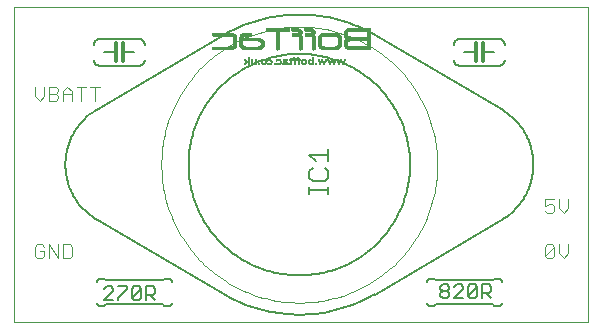
<source format=gto>
G75*
%MOIN*%
%OFA0B0*%
%FSLAX25Y25*%
%IPPOS*%
%LPD*%
%AMOC8*
5,1,8,0,0,1.08239X$1,22.5*
%
%ADD10C,0.00000*%
%ADD11R,0.00400X0.00050*%
%ADD12R,0.00500X0.00050*%
%ADD13R,0.00550X0.00050*%
%ADD14R,0.00600X0.00050*%
%ADD15R,0.00700X0.00050*%
%ADD16R,0.00900X0.00050*%
%ADD17R,0.00850X0.00050*%
%ADD18R,0.00950X0.00050*%
%ADD19R,0.00650X0.00050*%
%ADD20R,0.01450X0.00050*%
%ADD21R,0.01100X0.00050*%
%ADD22R,0.01150X0.00050*%
%ADD23R,0.01550X0.00050*%
%ADD24R,0.01200X0.00050*%
%ADD25R,0.01000X0.00050*%
%ADD26R,0.01300X0.00050*%
%ADD27R,0.01600X0.00050*%
%ADD28R,0.01400X0.00050*%
%ADD29R,0.01650X0.00050*%
%ADD30R,0.01350X0.00050*%
%ADD31R,0.01700X0.00050*%
%ADD32R,0.00750X0.00050*%
%ADD33R,0.01500X0.00050*%
%ADD34R,0.01050X0.00050*%
%ADD35R,0.01750X0.00050*%
%ADD36R,0.00800X0.00050*%
%ADD37R,0.00150X0.00050*%
%ADD38R,0.00250X0.00050*%
%ADD39R,0.00100X0.00050*%
%ADD40R,0.00450X0.00050*%
%ADD41R,0.01250X0.00050*%
%ADD42R,0.00200X0.00050*%
%ADD43R,0.01800X0.00050*%
%ADD44R,0.00350X0.00050*%
%ADD45R,0.06250X0.00050*%
%ADD46R,0.03100X0.00050*%
%ADD47R,0.03700X0.00050*%
%ADD48R,0.05650X0.00050*%
%ADD49R,0.06900X0.00050*%
%ADD50R,0.04200X0.00050*%
%ADD51R,0.04700X0.00050*%
%ADD52R,0.06300X0.00050*%
%ADD53R,0.07250X0.00050*%
%ADD54R,0.05300X0.00050*%
%ADD55R,0.06600X0.00050*%
%ADD56R,0.07500X0.00050*%
%ADD57R,0.05200X0.00050*%
%ADD58R,0.05700X0.00050*%
%ADD59R,0.06850X0.00050*%
%ADD60R,0.07700X0.00050*%
%ADD61R,0.05500X0.00050*%
%ADD62R,0.06050X0.00050*%
%ADD63R,0.07000X0.00050*%
%ADD64R,0.07850X0.00050*%
%ADD65R,0.05800X0.00050*%
%ADD66R,0.07150X0.00050*%
%ADD67R,0.07950X0.00050*%
%ADD68R,0.06000X0.00050*%
%ADD69R,0.06500X0.00050*%
%ADD70R,0.07300X0.00050*%
%ADD71R,0.08050X0.00050*%
%ADD72R,0.06200X0.00050*%
%ADD73R,0.06750X0.00050*%
%ADD74R,0.07400X0.00050*%
%ADD75R,0.08150X0.00050*%
%ADD76R,0.06400X0.00050*%
%ADD77R,0.08250X0.00050*%
%ADD78R,0.07100X0.00050*%
%ADD79R,0.07550X0.00050*%
%ADD80R,0.08300X0.00050*%
%ADD81R,0.06700X0.00050*%
%ADD82R,0.07200X0.00050*%
%ADD83R,0.07650X0.00050*%
%ADD84R,0.08400X0.00050*%
%ADD85R,0.06800X0.00050*%
%ADD86R,0.07350X0.00050*%
%ADD87R,0.08450X0.00050*%
%ADD88R,0.07450X0.00050*%
%ADD89R,0.07750X0.00050*%
%ADD90R,0.08500X0.00050*%
%ADD91R,0.07600X0.00050*%
%ADD92R,0.07800X0.00050*%
%ADD93R,0.08550X0.00050*%
%ADD94R,0.08600X0.00050*%
%ADD95R,0.08650X0.00050*%
%ADD96R,0.07900X0.00050*%
%ADD97R,0.08700X0.00050*%
%ADD98R,0.08750X0.00050*%
%ADD99R,0.08000X0.00050*%
%ADD100R,0.02200X0.00050*%
%ADD101R,0.02150X0.00050*%
%ADD102R,0.02350X0.00050*%
%ADD103R,0.01950X0.00050*%
%ADD104R,0.01900X0.00050*%
%ADD105R,0.01850X0.00050*%
%ADD106R,0.02100X0.00050*%
%ADD107R,0.08100X0.00050*%
%ADD108R,0.08350X0.00050*%
%ADD109R,0.08200X0.00050*%
%ADD110R,0.02250X0.00050*%
%ADD111R,0.03450X0.00050*%
%ADD112R,0.03800X0.00050*%
%ADD113R,0.03550X0.00050*%
%ADD114R,0.03900X0.00050*%
%ADD115R,0.03600X0.00050*%
%ADD116R,0.03850X0.00050*%
%ADD117R,0.03650X0.00050*%
%ADD118R,0.03750X0.00050*%
%ADD119R,0.03500X0.00050*%
%ADD120R,0.03400X0.00050*%
%ADD121R,0.03350X0.00050*%
%ADD122R,0.03200X0.00050*%
%ADD123R,0.03000X0.00050*%
%ADD124R,0.02800X0.00050*%
%ADD125R,0.02550X0.00050*%
%ADD126R,0.06550X0.00050*%
%ADD127R,0.03150X0.00050*%
%ADD128R,0.02300X0.00050*%
%ADD129R,0.03300X0.00050*%
%ADD130R,0.03250X0.00050*%
%ADD131R,0.03050X0.00050*%
%ADD132R,0.02900X0.00050*%
%ADD133R,0.02650X0.00050*%
%ADD134R,0.02400X0.00050*%
%ADD135C,0.00600*%
%ADD136C,0.00200*%
%ADD137C,0.00700*%
%ADD138C,0.00400*%
%ADD139C,0.00500*%
%ADD140C,0.01200*%
D10*
X0004333Y0003250D02*
X0004333Y0108211D01*
X0195534Y0108211D01*
X0195534Y0003250D01*
X0004333Y0003250D01*
D11*
X0084408Y0088850D03*
X0088908Y0089250D03*
X0088908Y0090250D03*
X0091958Y0090250D03*
X0091958Y0089250D03*
X0094958Y0088850D03*
X0103008Y0088850D03*
X0102908Y0090650D03*
X0106658Y0089550D03*
X0106658Y0089500D03*
X0106708Y0089700D03*
X0106758Y0089850D03*
X0106758Y0089900D03*
X0107258Y0089950D03*
X0107258Y0090000D03*
X0107308Y0089900D03*
X0107308Y0089850D03*
X0107308Y0089800D03*
X0107358Y0089700D03*
X0107358Y0089650D03*
X0107358Y0089600D03*
X0107408Y0089550D03*
X0107408Y0089500D03*
X0109808Y0089500D03*
X0109808Y0089550D03*
X0109858Y0089700D03*
X0109908Y0089850D03*
X0109908Y0089900D03*
X0110408Y0089950D03*
X0110408Y0090000D03*
X0110458Y0089900D03*
X0110458Y0089850D03*
X0110458Y0089800D03*
X0110508Y0089700D03*
X0110508Y0089650D03*
X0110508Y0089600D03*
X0110558Y0089550D03*
X0110558Y0089500D03*
X0112958Y0089500D03*
X0112958Y0089550D03*
X0113008Y0089700D03*
X0113058Y0089850D03*
X0113058Y0089900D03*
X0113558Y0089950D03*
X0113558Y0090000D03*
X0113608Y0089900D03*
X0113608Y0089850D03*
X0113608Y0089800D03*
X0113658Y0089700D03*
X0113658Y0089650D03*
X0113658Y0089600D03*
X0113708Y0089550D03*
X0113708Y0089500D03*
D12*
X0114258Y0089600D03*
X0114258Y0089650D03*
X0114308Y0089800D03*
X0113308Y0090600D03*
X0112258Y0090100D03*
X0112308Y0089950D03*
X0112308Y0089900D03*
X0112358Y0089800D03*
X0112358Y0089750D03*
X0112358Y0089700D03*
X0112408Y0089650D03*
X0112408Y0089600D03*
X0112408Y0089550D03*
X0112408Y0089500D03*
X0111158Y0089800D03*
X0111108Y0089650D03*
X0111108Y0089600D03*
X0110158Y0090600D03*
X0109108Y0090100D03*
X0109158Y0089950D03*
X0109158Y0089900D03*
X0109208Y0089800D03*
X0109208Y0089750D03*
X0109208Y0089700D03*
X0109258Y0089650D03*
X0109258Y0089600D03*
X0109258Y0089550D03*
X0109258Y0089500D03*
X0108008Y0089800D03*
X0107958Y0089650D03*
X0107958Y0089600D03*
X0107008Y0090600D03*
X0105958Y0090100D03*
X0106008Y0089950D03*
X0106008Y0089900D03*
X0106058Y0089800D03*
X0106058Y0089750D03*
X0106058Y0089700D03*
X0106108Y0089650D03*
X0106108Y0089600D03*
X0106108Y0089550D03*
X0106108Y0089500D03*
X0100958Y0088850D03*
X0100958Y0090650D03*
X0087508Y0090650D03*
X0087508Y0088850D03*
D13*
X0088133Y0089450D03*
X0088183Y0089650D03*
X0088183Y0089700D03*
X0088183Y0089750D03*
X0088183Y0089800D03*
X0088183Y0089850D03*
X0088133Y0090050D03*
X0086883Y0090050D03*
X0086833Y0089850D03*
X0086833Y0089800D03*
X0086833Y0089750D03*
X0086833Y0089700D03*
X0086833Y0089650D03*
X0086883Y0089450D03*
X0085833Y0089450D03*
X0085833Y0089400D03*
X0085833Y0089350D03*
X0085833Y0089300D03*
X0085833Y0089250D03*
X0085833Y0089200D03*
X0085833Y0089150D03*
X0085833Y0089100D03*
X0085833Y0089050D03*
X0085833Y0089000D03*
X0085833Y0088950D03*
X0085833Y0088900D03*
X0084733Y0089600D03*
X0084733Y0089650D03*
X0084733Y0089700D03*
X0084733Y0089750D03*
X0084733Y0089800D03*
X0084733Y0089850D03*
X0084733Y0089900D03*
X0084733Y0089950D03*
X0084733Y0090000D03*
X0084733Y0090050D03*
X0084733Y0090100D03*
X0084733Y0090150D03*
X0084733Y0090200D03*
X0084733Y0090250D03*
X0084733Y0090300D03*
X0084733Y0090350D03*
X0084733Y0090400D03*
X0084733Y0090450D03*
X0084733Y0090500D03*
X0084733Y0090550D03*
X0084733Y0090600D03*
X0089333Y0090650D03*
X0090083Y0089800D03*
X0090083Y0089750D03*
X0090083Y0089700D03*
X0091083Y0089450D03*
X0091083Y0089400D03*
X0091083Y0089350D03*
X0091083Y0089300D03*
X0091083Y0089250D03*
X0091083Y0089200D03*
X0091083Y0089150D03*
X0091083Y0089100D03*
X0091083Y0089050D03*
X0091083Y0089000D03*
X0091083Y0088950D03*
X0091083Y0088900D03*
X0092383Y0088850D03*
X0093133Y0089700D03*
X0093133Y0089750D03*
X0093133Y0089800D03*
X0094083Y0089650D03*
X0094083Y0089600D03*
X0094083Y0089550D03*
X0094083Y0089500D03*
X0094083Y0089450D03*
X0094083Y0089400D03*
X0094083Y0089350D03*
X0094083Y0089000D03*
X0094083Y0088950D03*
X0094083Y0088900D03*
X0094083Y0090050D03*
X0094083Y0090100D03*
X0095283Y0089500D03*
X0095283Y0089450D03*
X0095283Y0089400D03*
X0095283Y0089350D03*
X0096183Y0088850D03*
X0096583Y0089400D03*
X0096583Y0089450D03*
X0096583Y0089500D03*
X0096583Y0089550D03*
X0096583Y0089600D03*
X0096583Y0089650D03*
X0096583Y0089700D03*
X0096583Y0089750D03*
X0096583Y0089800D03*
X0096583Y0089850D03*
X0096583Y0089900D03*
X0096583Y0089950D03*
X0096583Y0090000D03*
X0096583Y0090050D03*
X0096583Y0090100D03*
X0096583Y0090150D03*
X0096583Y0090200D03*
X0096583Y0090650D03*
X0096583Y0090700D03*
X0096583Y0090750D03*
X0096583Y0090800D03*
X0096583Y0090850D03*
X0096583Y0090900D03*
X0096583Y0090950D03*
X0096583Y0091000D03*
X0096583Y0091050D03*
X0096583Y0091100D03*
X0097883Y0090850D03*
X0097933Y0090800D03*
X0097933Y0090750D03*
X0097933Y0090700D03*
X0097933Y0090650D03*
X0097933Y0090200D03*
X0097933Y0090150D03*
X0097933Y0090100D03*
X0097933Y0090050D03*
X0097933Y0090000D03*
X0097933Y0089950D03*
X0097933Y0089900D03*
X0097933Y0089850D03*
X0097933Y0089800D03*
X0097933Y0089750D03*
X0097933Y0089700D03*
X0097933Y0089650D03*
X0097933Y0089600D03*
X0097933Y0089550D03*
X0097933Y0089500D03*
X0097933Y0089450D03*
X0097933Y0089400D03*
X0097933Y0089350D03*
X0097933Y0089300D03*
X0097933Y0089250D03*
X0097933Y0089200D03*
X0097933Y0089150D03*
X0097933Y0089100D03*
X0097933Y0089050D03*
X0097933Y0089000D03*
X0097933Y0088950D03*
X0097933Y0088900D03*
X0099283Y0088900D03*
X0099283Y0088950D03*
X0099283Y0089000D03*
X0099283Y0089050D03*
X0099283Y0089100D03*
X0099283Y0089150D03*
X0099283Y0089200D03*
X0099283Y0089250D03*
X0099283Y0089300D03*
X0099283Y0089350D03*
X0099283Y0089400D03*
X0099283Y0089450D03*
X0099283Y0089500D03*
X0099283Y0089550D03*
X0099283Y0089600D03*
X0099283Y0089650D03*
X0099283Y0089700D03*
X0099283Y0089750D03*
X0099283Y0089800D03*
X0099283Y0089850D03*
X0099283Y0089900D03*
X0099283Y0089950D03*
X0099283Y0090000D03*
X0099283Y0090050D03*
X0099283Y0090100D03*
X0099283Y0090150D03*
X0099283Y0090200D03*
X0099283Y0090650D03*
X0099283Y0090700D03*
X0099283Y0090750D03*
X0099283Y0090800D03*
X0099233Y0090850D03*
X0100333Y0090050D03*
X0100283Y0089850D03*
X0100283Y0089800D03*
X0100283Y0089750D03*
X0100283Y0089700D03*
X0100283Y0089650D03*
X0100333Y0089450D03*
X0101583Y0089450D03*
X0101633Y0089650D03*
X0101633Y0089700D03*
X0101633Y0089750D03*
X0101633Y0089800D03*
X0101633Y0089850D03*
X0101583Y0090050D03*
X0102483Y0089850D03*
X0102483Y0089800D03*
X0102483Y0089750D03*
X0102483Y0089700D03*
X0102483Y0089650D03*
X0102533Y0089450D03*
X0103783Y0088900D03*
X0104883Y0088900D03*
X0104883Y0088950D03*
X0104883Y0089000D03*
X0104883Y0089050D03*
X0104883Y0089100D03*
X0104883Y0089150D03*
X0104883Y0089200D03*
X0104883Y0089250D03*
X0104883Y0089300D03*
X0104883Y0089350D03*
X0104883Y0089400D03*
X0104883Y0089450D03*
X0106033Y0089850D03*
X0105983Y0090000D03*
X0105983Y0090050D03*
X0105933Y0090150D03*
X0105933Y0090200D03*
X0105933Y0090250D03*
X0105883Y0090300D03*
X0105883Y0090350D03*
X0105883Y0090400D03*
X0105883Y0090450D03*
X0105833Y0090550D03*
X0105833Y0090600D03*
X0107033Y0090550D03*
X0108133Y0090300D03*
X0108133Y0090250D03*
X0108133Y0090200D03*
X0108083Y0090100D03*
X0108083Y0090050D03*
X0108083Y0090000D03*
X0108033Y0089950D03*
X0108033Y0089900D03*
X0108033Y0089850D03*
X0107983Y0089750D03*
X0107983Y0089700D03*
X0107933Y0089550D03*
X0107933Y0089500D03*
X0108183Y0090400D03*
X0108183Y0090450D03*
X0108233Y0090600D03*
X0108983Y0090600D03*
X0108983Y0090550D03*
X0109033Y0090450D03*
X0109033Y0090400D03*
X0109033Y0090350D03*
X0109033Y0090300D03*
X0109083Y0090250D03*
X0109083Y0090200D03*
X0109083Y0090150D03*
X0109133Y0090050D03*
X0109133Y0090000D03*
X0109183Y0089850D03*
X0110183Y0090550D03*
X0111283Y0090300D03*
X0111283Y0090250D03*
X0111283Y0090200D03*
X0111233Y0090100D03*
X0111233Y0090050D03*
X0111233Y0090000D03*
X0111183Y0089950D03*
X0111183Y0089900D03*
X0111183Y0089850D03*
X0111133Y0089750D03*
X0111133Y0089700D03*
X0111083Y0089550D03*
X0111083Y0089500D03*
X0111333Y0090400D03*
X0111333Y0090450D03*
X0111383Y0090600D03*
X0112133Y0090600D03*
X0112133Y0090550D03*
X0112183Y0090450D03*
X0112183Y0090400D03*
X0112183Y0090350D03*
X0112183Y0090300D03*
X0112233Y0090250D03*
X0112233Y0090200D03*
X0112233Y0090150D03*
X0112283Y0090050D03*
X0112283Y0090000D03*
X0112333Y0089850D03*
X0113333Y0090550D03*
X0114433Y0090300D03*
X0114433Y0090250D03*
X0114433Y0090200D03*
X0114383Y0090100D03*
X0114383Y0090050D03*
X0114383Y0090000D03*
X0114333Y0089950D03*
X0114333Y0089900D03*
X0114333Y0089850D03*
X0114283Y0089750D03*
X0114283Y0089700D03*
X0114233Y0089550D03*
X0114233Y0089500D03*
X0114483Y0090400D03*
X0114483Y0090450D03*
X0114533Y0090600D03*
X0092383Y0090650D03*
X0089333Y0088850D03*
D14*
X0090008Y0089400D03*
X0090008Y0089450D03*
X0090058Y0089500D03*
X0090058Y0089550D03*
X0090058Y0089600D03*
X0090058Y0089650D03*
X0090058Y0089850D03*
X0090058Y0089900D03*
X0090058Y0089950D03*
X0090058Y0090000D03*
X0090008Y0090050D03*
X0090008Y0090100D03*
X0088158Y0090000D03*
X0088158Y0089950D03*
X0088158Y0089900D03*
X0088108Y0090100D03*
X0088108Y0090150D03*
X0088058Y0090200D03*
X0088158Y0089600D03*
X0088158Y0089550D03*
X0088158Y0089500D03*
X0088108Y0089400D03*
X0088108Y0089350D03*
X0088058Y0089300D03*
X0086958Y0089300D03*
X0086908Y0089350D03*
X0086908Y0089400D03*
X0086858Y0089500D03*
X0086858Y0089550D03*
X0086858Y0089600D03*
X0086858Y0089900D03*
X0086858Y0089950D03*
X0086858Y0090000D03*
X0086908Y0090100D03*
X0086908Y0090150D03*
X0086958Y0090200D03*
X0084708Y0089550D03*
X0084708Y0089500D03*
X0084708Y0089450D03*
X0084708Y0089400D03*
X0083508Y0089400D03*
X0083508Y0089450D03*
X0083508Y0089500D03*
X0083508Y0089550D03*
X0083508Y0089600D03*
X0083508Y0089650D03*
X0083508Y0089700D03*
X0083508Y0089750D03*
X0083508Y0089800D03*
X0083508Y0089850D03*
X0083508Y0089900D03*
X0083508Y0089950D03*
X0083508Y0090000D03*
X0083508Y0090050D03*
X0083508Y0090100D03*
X0083508Y0090150D03*
X0083508Y0090200D03*
X0083508Y0090250D03*
X0083508Y0090300D03*
X0083508Y0090350D03*
X0083508Y0090400D03*
X0083508Y0090450D03*
X0083508Y0090500D03*
X0083508Y0090550D03*
X0083508Y0090600D03*
X0082408Y0090600D03*
X0082408Y0090650D03*
X0082408Y0090700D03*
X0082408Y0090750D03*
X0082408Y0090800D03*
X0082408Y0090850D03*
X0082408Y0090900D03*
X0082408Y0090950D03*
X0082408Y0091000D03*
X0082408Y0091050D03*
X0082408Y0091100D03*
X0082408Y0091150D03*
X0082408Y0091200D03*
X0082408Y0091250D03*
X0082408Y0091300D03*
X0082408Y0090550D03*
X0082408Y0090500D03*
X0082408Y0090450D03*
X0082408Y0090400D03*
X0082408Y0090350D03*
X0082408Y0090300D03*
X0082408Y0090250D03*
X0082408Y0090200D03*
X0082408Y0090150D03*
X0082408Y0090100D03*
X0082408Y0090050D03*
X0082408Y0090000D03*
X0082408Y0089950D03*
X0082408Y0089500D03*
X0082408Y0089450D03*
X0082408Y0089400D03*
X0082408Y0089350D03*
X0082408Y0089300D03*
X0082408Y0089250D03*
X0082408Y0089200D03*
X0082408Y0089150D03*
X0082408Y0089100D03*
X0082408Y0089050D03*
X0082408Y0089000D03*
X0082408Y0088950D03*
X0082408Y0088900D03*
X0081508Y0089400D03*
X0081558Y0089500D03*
X0081608Y0089550D03*
X0081408Y0089250D03*
X0081308Y0089100D03*
X0081758Y0089950D03*
X0081708Y0090000D03*
X0081658Y0090050D03*
X0081608Y0090100D03*
X0081508Y0090250D03*
X0081458Y0090300D03*
X0081258Y0090550D03*
X0083508Y0089000D03*
X0083508Y0088950D03*
X0083508Y0088900D03*
X0093058Y0089400D03*
X0093058Y0089450D03*
X0093108Y0089500D03*
X0093108Y0089550D03*
X0093108Y0089600D03*
X0093108Y0089650D03*
X0093108Y0089850D03*
X0093108Y0089900D03*
X0093108Y0089950D03*
X0093108Y0090000D03*
X0093058Y0090050D03*
X0093058Y0090100D03*
X0094108Y0090150D03*
X0094108Y0089300D03*
X0095258Y0089300D03*
X0095258Y0089550D03*
X0096558Y0089350D03*
X0096558Y0089300D03*
X0097858Y0090900D03*
X0097458Y0091300D03*
X0098808Y0091300D03*
X0099208Y0090900D03*
X0100358Y0090150D03*
X0100358Y0090100D03*
X0100408Y0090200D03*
X0100308Y0090000D03*
X0100308Y0089950D03*
X0100308Y0089900D03*
X0100308Y0089600D03*
X0100308Y0089550D03*
X0100308Y0089500D03*
X0100358Y0089400D03*
X0100358Y0089350D03*
X0100408Y0089300D03*
X0101508Y0089300D03*
X0101558Y0089350D03*
X0101558Y0089400D03*
X0101608Y0089500D03*
X0101608Y0089550D03*
X0101608Y0089600D03*
X0101608Y0089900D03*
X0101608Y0089950D03*
X0101608Y0090000D03*
X0101558Y0090100D03*
X0101558Y0090150D03*
X0101508Y0090200D03*
X0102508Y0090050D03*
X0102508Y0090000D03*
X0102508Y0089950D03*
X0102508Y0089900D03*
X0102558Y0090100D03*
X0102508Y0089600D03*
X0102508Y0089550D03*
X0102508Y0089500D03*
X0102558Y0089400D03*
X0103758Y0089400D03*
X0103758Y0089450D03*
X0103758Y0089500D03*
X0103758Y0089550D03*
X0103758Y0089600D03*
X0103758Y0089650D03*
X0103758Y0089700D03*
X0103758Y0089750D03*
X0103758Y0089800D03*
X0103758Y0089850D03*
X0103758Y0089900D03*
X0103758Y0089950D03*
X0103758Y0090000D03*
X0103758Y0090050D03*
X0103758Y0090100D03*
X0103758Y0090150D03*
X0103758Y0090500D03*
X0103758Y0090550D03*
X0103758Y0090600D03*
X0103758Y0090650D03*
X0103758Y0090700D03*
X0103758Y0090750D03*
X0103758Y0090800D03*
X0103758Y0090850D03*
X0103758Y0090900D03*
X0103758Y0090950D03*
X0103758Y0091000D03*
X0103758Y0091050D03*
X0103758Y0091100D03*
X0103758Y0091150D03*
X0103758Y0091200D03*
X0103758Y0091250D03*
X0103758Y0091300D03*
X0103758Y0089350D03*
X0103758Y0089300D03*
X0103758Y0089250D03*
X0105858Y0090500D03*
X0107008Y0090500D03*
X0107008Y0090450D03*
X0107008Y0090400D03*
X0108108Y0090150D03*
X0108158Y0090350D03*
X0108208Y0090500D03*
X0108208Y0090550D03*
X0109008Y0090500D03*
X0110158Y0090500D03*
X0110158Y0090450D03*
X0110158Y0090400D03*
X0111258Y0090150D03*
X0111308Y0090350D03*
X0111358Y0090500D03*
X0111358Y0090550D03*
X0112158Y0090500D03*
X0113308Y0090500D03*
X0113308Y0090450D03*
X0113308Y0090400D03*
X0114408Y0090150D03*
X0114458Y0090350D03*
X0114508Y0090500D03*
X0114508Y0090550D03*
X0114008Y0088900D03*
X0112658Y0088900D03*
X0110858Y0088900D03*
X0109508Y0088900D03*
X0107708Y0088900D03*
X0106358Y0088900D03*
D15*
X0106358Y0089050D03*
X0107708Y0089050D03*
X0109508Y0089050D03*
X0110858Y0089050D03*
X0112658Y0089050D03*
X0114008Y0089050D03*
X0113308Y0090250D03*
X0113308Y0090300D03*
X0110158Y0090300D03*
X0110158Y0090250D03*
X0107008Y0090250D03*
X0107008Y0090300D03*
X0103008Y0088900D03*
X0101458Y0089250D03*
X0101458Y0090250D03*
X0100458Y0090250D03*
X0100458Y0089250D03*
X0094958Y0088900D03*
X0094208Y0090250D03*
X0094708Y0090650D03*
X0088008Y0090250D03*
X0088008Y0089250D03*
X0087008Y0089250D03*
X0087008Y0090250D03*
X0082358Y0089600D03*
D16*
X0087508Y0088900D03*
X0087508Y0090600D03*
X0094258Y0090000D03*
X0100958Y0090600D03*
X0100958Y0088900D03*
X0106358Y0089350D03*
X0106358Y0089400D03*
X0107708Y0089400D03*
X0107708Y0089350D03*
X0109508Y0089350D03*
X0109508Y0089400D03*
X0110858Y0089400D03*
X0110858Y0089350D03*
X0112658Y0089350D03*
X0112658Y0089400D03*
X0114008Y0089400D03*
X0114008Y0089350D03*
D17*
X0113983Y0089300D03*
X0113983Y0089250D03*
X0113333Y0090050D03*
X0112683Y0089300D03*
X0112683Y0089250D03*
X0110833Y0089250D03*
X0110833Y0089300D03*
X0110183Y0090050D03*
X0109533Y0089300D03*
X0109533Y0089250D03*
X0107683Y0089250D03*
X0107683Y0089300D03*
X0107033Y0090050D03*
X0106383Y0089300D03*
X0106383Y0089250D03*
X0104133Y0093800D03*
X0099733Y0093800D03*
X0098883Y0091200D03*
X0097533Y0091200D03*
X0095083Y0089650D03*
X0094933Y0088950D03*
X0096183Y0088900D03*
X0092233Y0093800D03*
X0084383Y0088950D03*
D18*
X0084383Y0089000D03*
X0089333Y0088900D03*
X0089333Y0090600D03*
X0092383Y0090600D03*
X0092383Y0088900D03*
X0094933Y0089000D03*
X0096233Y0088950D03*
X0097583Y0091100D03*
X0097583Y0091150D03*
X0098933Y0091150D03*
X0098933Y0091100D03*
X0102933Y0090500D03*
X0106383Y0089450D03*
X0107683Y0089450D03*
X0109533Y0089450D03*
X0110833Y0089450D03*
X0112683Y0089450D03*
X0113983Y0089450D03*
D19*
X0113983Y0089000D03*
X0113983Y0088950D03*
X0112683Y0088950D03*
X0112683Y0089000D03*
X0110833Y0089000D03*
X0110833Y0088950D03*
X0109533Y0088950D03*
X0109533Y0089000D03*
X0107683Y0089000D03*
X0107683Y0088950D03*
X0106383Y0088950D03*
X0106383Y0089000D03*
X0107033Y0090350D03*
X0110183Y0090350D03*
X0113333Y0090350D03*
X0102883Y0090600D03*
X0102583Y0090150D03*
X0102583Y0089350D03*
X0102633Y0089300D03*
X0096533Y0089250D03*
X0095233Y0089250D03*
X0095183Y0089600D03*
X0094133Y0090200D03*
X0093033Y0090150D03*
X0092983Y0090200D03*
X0093033Y0089350D03*
X0092983Y0089300D03*
X0089983Y0089350D03*
X0089933Y0089300D03*
X0089983Y0090150D03*
X0089933Y0090200D03*
X0084683Y0089350D03*
X0084633Y0089300D03*
X0084383Y0088900D03*
X0083533Y0089350D03*
X0082383Y0089550D03*
X0081633Y0089600D03*
X0081533Y0089450D03*
X0081483Y0089350D03*
X0081433Y0089300D03*
X0081383Y0089200D03*
X0081333Y0089150D03*
X0081283Y0089050D03*
X0081233Y0089000D03*
X0081183Y0088950D03*
X0081183Y0088900D03*
X0081583Y0090150D03*
X0081533Y0090200D03*
X0081433Y0090350D03*
X0081383Y0090400D03*
X0081333Y0090450D03*
X0081283Y0090500D03*
X0081233Y0090600D03*
D20*
X0080133Y0095100D03*
X0077783Y0095100D03*
X0080183Y0098200D03*
X0086933Y0096550D03*
X0086983Y0095100D03*
X0089433Y0090350D03*
X0089433Y0089150D03*
X0092483Y0089150D03*
X0092483Y0090350D03*
X0094683Y0090450D03*
X0103333Y0088950D03*
X0106383Y0095100D03*
X0112633Y0095100D03*
X0114883Y0095150D03*
X0114933Y0095100D03*
X0114883Y0096500D03*
X0114933Y0096550D03*
X0115033Y0098150D03*
X0114983Y0099700D03*
X0115033Y0099750D03*
X0103983Y0099800D03*
X0099583Y0099800D03*
D21*
X0099758Y0093900D03*
X0104158Y0093900D03*
X0100958Y0090550D03*
X0100958Y0088950D03*
X0096308Y0089200D03*
X0087508Y0088950D03*
X0087508Y0090550D03*
D22*
X0089333Y0090550D03*
X0089333Y0088950D03*
X0092383Y0088950D03*
X0092383Y0090550D03*
X0092233Y0093900D03*
X0099733Y0093950D03*
X0104133Y0093950D03*
D23*
X0106433Y0095000D03*
X0106433Y0098200D03*
X0103883Y0099900D03*
X0099483Y0099900D03*
X0086883Y0096600D03*
X0086883Y0095000D03*
X0080233Y0095000D03*
X0077733Y0095000D03*
X0077733Y0098200D03*
X0080233Y0098250D03*
X0087483Y0089150D03*
X0094583Y0089800D03*
X0094633Y0090300D03*
X0094633Y0090350D03*
X0100933Y0089150D03*
X0103283Y0089000D03*
X0112583Y0095000D03*
X0114983Y0095050D03*
X0115033Y0095000D03*
X0114983Y0096650D03*
X0112583Y0098200D03*
X0115083Y0099800D03*
D24*
X0104158Y0094000D03*
X0099758Y0094000D03*
X0100958Y0090500D03*
X0100958Y0089000D03*
X0094758Y0090600D03*
X0094408Y0089950D03*
X0092208Y0093950D03*
X0087508Y0090500D03*
X0087508Y0089000D03*
X0082108Y0089850D03*
X0082108Y0089900D03*
D25*
X0096258Y0089050D03*
X0096258Y0089000D03*
X0097608Y0091050D03*
X0098958Y0091050D03*
X0099758Y0093850D03*
X0104158Y0093850D03*
D26*
X0106258Y0095300D03*
X0106258Y0095350D03*
X0106258Y0097850D03*
X0106258Y0097900D03*
X0104108Y0099550D03*
X0104108Y0099600D03*
X0101958Y0101000D03*
X0099708Y0099600D03*
X0099708Y0099550D03*
X0097558Y0101000D03*
X0092208Y0099900D03*
X0092208Y0099850D03*
X0092208Y0099800D03*
X0092208Y0099750D03*
X0092208Y0099700D03*
X0092208Y0099650D03*
X0092208Y0099600D03*
X0092208Y0099550D03*
X0092208Y0099500D03*
X0092208Y0099450D03*
X0092208Y0099400D03*
X0092208Y0099350D03*
X0092208Y0099300D03*
X0092208Y0099250D03*
X0092208Y0099200D03*
X0092208Y0099150D03*
X0092208Y0099100D03*
X0092208Y0099050D03*
X0092208Y0099000D03*
X0092208Y0098950D03*
X0092208Y0098900D03*
X0092208Y0098850D03*
X0092208Y0098800D03*
X0092208Y0098750D03*
X0092208Y0098700D03*
X0092208Y0098650D03*
X0092208Y0098600D03*
X0092208Y0098550D03*
X0092208Y0098500D03*
X0092208Y0098450D03*
X0092208Y0098400D03*
X0092208Y0098350D03*
X0092208Y0098300D03*
X0092208Y0098250D03*
X0092208Y0098200D03*
X0092208Y0098150D03*
X0092208Y0098100D03*
X0092208Y0098050D03*
X0092208Y0098000D03*
X0092208Y0097950D03*
X0092208Y0097900D03*
X0092208Y0097850D03*
X0092208Y0097800D03*
X0092208Y0097750D03*
X0092208Y0097700D03*
X0092208Y0097650D03*
X0092208Y0097600D03*
X0092208Y0097550D03*
X0092208Y0097500D03*
X0092208Y0097450D03*
X0092208Y0097400D03*
X0092208Y0097350D03*
X0092208Y0097300D03*
X0092208Y0097250D03*
X0092208Y0097200D03*
X0092208Y0097150D03*
X0092208Y0097100D03*
X0092208Y0097050D03*
X0092208Y0097000D03*
X0092208Y0096950D03*
X0092208Y0096900D03*
X0092208Y0096850D03*
X0092208Y0096800D03*
X0092208Y0096750D03*
X0092208Y0096700D03*
X0092208Y0096650D03*
X0092208Y0096600D03*
X0092208Y0096550D03*
X0092208Y0096500D03*
X0092208Y0096450D03*
X0092208Y0096400D03*
X0092208Y0096350D03*
X0092208Y0096300D03*
X0092208Y0096250D03*
X0092208Y0096200D03*
X0092208Y0096150D03*
X0092208Y0096100D03*
X0092208Y0096050D03*
X0092208Y0096000D03*
X0092208Y0095950D03*
X0092208Y0095900D03*
X0092208Y0095850D03*
X0092208Y0095800D03*
X0092208Y0095750D03*
X0092208Y0095700D03*
X0092208Y0095650D03*
X0092208Y0095600D03*
X0092208Y0095550D03*
X0092208Y0095500D03*
X0092208Y0095450D03*
X0092208Y0095400D03*
X0092208Y0095350D03*
X0092208Y0095300D03*
X0092208Y0095250D03*
X0092208Y0095200D03*
X0092208Y0095150D03*
X0092208Y0095100D03*
X0092208Y0095050D03*
X0092208Y0095000D03*
X0092208Y0094950D03*
X0092208Y0094900D03*
X0092208Y0094850D03*
X0092208Y0094800D03*
X0092208Y0094750D03*
X0092208Y0094700D03*
X0092208Y0094650D03*
X0092208Y0094600D03*
X0092208Y0094550D03*
X0092208Y0094500D03*
X0092208Y0094450D03*
X0092208Y0094400D03*
X0092208Y0094350D03*
X0092208Y0094300D03*
X0092208Y0094250D03*
X0092208Y0094200D03*
X0092208Y0094150D03*
X0092208Y0094100D03*
X0092208Y0094050D03*
X0087058Y0095250D03*
X0087058Y0095300D03*
X0087058Y0096300D03*
X0087058Y0096350D03*
X0080058Y0095250D03*
X0080008Y0095300D03*
X0080008Y0095350D03*
X0080008Y0095400D03*
X0077908Y0095350D03*
X0077908Y0095300D03*
X0077908Y0097850D03*
X0077908Y0097900D03*
X0080008Y0097900D03*
X0080058Y0098050D03*
X0089358Y0090500D03*
X0089358Y0089000D03*
X0092408Y0089000D03*
X0092408Y0090500D03*
X0082058Y0089750D03*
X0082058Y0089700D03*
X0112758Y0095300D03*
X0112758Y0095350D03*
X0114758Y0095650D03*
X0114758Y0095700D03*
X0114758Y0095750D03*
X0114758Y0095800D03*
X0114758Y0095850D03*
X0114758Y0095900D03*
X0114758Y0095950D03*
X0112758Y0097850D03*
X0112758Y0097900D03*
X0114858Y0098450D03*
X0114858Y0098500D03*
X0114858Y0098550D03*
X0114908Y0098400D03*
X0114908Y0098350D03*
X0114808Y0098850D03*
X0114808Y0098900D03*
X0114808Y0098950D03*
X0114808Y0099000D03*
X0114808Y0099050D03*
X0114808Y0099100D03*
X0114858Y0099350D03*
X0114858Y0099400D03*
X0114858Y0099450D03*
X0114908Y0099550D03*
X0122458Y0099550D03*
X0122458Y0099600D03*
X0122458Y0099650D03*
X0122458Y0099700D03*
X0122458Y0099750D03*
X0122458Y0099800D03*
X0122458Y0099850D03*
X0122458Y0099900D03*
X0122458Y0099500D03*
X0122458Y0099450D03*
X0122458Y0099400D03*
X0122458Y0099350D03*
X0122458Y0099300D03*
X0122458Y0099250D03*
X0122458Y0099200D03*
X0122458Y0099150D03*
X0122458Y0099100D03*
X0122458Y0099050D03*
X0122458Y0099000D03*
X0122458Y0098950D03*
X0122458Y0098900D03*
X0122458Y0098850D03*
X0122458Y0098800D03*
X0122458Y0098750D03*
X0122458Y0098700D03*
X0122458Y0098650D03*
X0122458Y0098600D03*
X0122458Y0098550D03*
X0122458Y0098500D03*
X0122458Y0098450D03*
X0122458Y0098400D03*
X0122458Y0098350D03*
X0122458Y0098300D03*
X0122458Y0098250D03*
X0122458Y0098200D03*
X0122458Y0098150D03*
X0122458Y0098100D03*
X0122458Y0098050D03*
X0122458Y0098000D03*
X0122458Y0096850D03*
X0122458Y0096800D03*
X0122458Y0096750D03*
X0122458Y0096700D03*
X0122458Y0096650D03*
X0122458Y0096600D03*
X0122458Y0096550D03*
X0122458Y0096500D03*
X0122458Y0096450D03*
X0122458Y0096400D03*
X0122458Y0096350D03*
X0122458Y0096300D03*
X0122458Y0096250D03*
X0122458Y0096200D03*
X0122458Y0096150D03*
X0122458Y0096100D03*
X0122458Y0096050D03*
X0122458Y0096000D03*
X0122458Y0095950D03*
X0122458Y0095900D03*
X0122458Y0095850D03*
X0122458Y0095800D03*
X0122458Y0095750D03*
X0122458Y0095700D03*
X0122458Y0095650D03*
X0122458Y0095600D03*
X0122458Y0095550D03*
X0122458Y0095500D03*
X0122458Y0095450D03*
X0122458Y0095400D03*
X0122458Y0095350D03*
X0122458Y0095300D03*
X0122458Y0095250D03*
X0122458Y0095200D03*
X0122458Y0095150D03*
X0122458Y0095100D03*
X0122458Y0095050D03*
X0122458Y0095000D03*
X0122458Y0094950D03*
X0122458Y0094900D03*
X0122458Y0094850D03*
D27*
X0115058Y0096700D03*
X0103258Y0089050D03*
X0100958Y0089200D03*
X0100958Y0090300D03*
X0100958Y0090350D03*
X0094608Y0089750D03*
X0087508Y0089200D03*
X0087508Y0090300D03*
X0087508Y0090350D03*
X0086808Y0096650D03*
X0082508Y0099400D03*
D28*
X0080108Y0098150D03*
X0077858Y0098050D03*
X0077808Y0098100D03*
X0077858Y0095150D03*
X0080108Y0095150D03*
X0087008Y0095150D03*
X0087008Y0096450D03*
X0086958Y0096500D03*
X0087508Y0090450D03*
X0089408Y0090400D03*
X0089408Y0089100D03*
X0087508Y0089050D03*
X0092458Y0089100D03*
X0094508Y0089900D03*
X0094708Y0090500D03*
X0092458Y0090400D03*
X0100958Y0090450D03*
X0100958Y0089050D03*
X0106308Y0095150D03*
X0106308Y0098050D03*
X0106358Y0098100D03*
X0104008Y0099750D03*
X0099608Y0099750D03*
X0112658Y0098100D03*
X0112708Y0098050D03*
X0114958Y0098250D03*
X0115008Y0098200D03*
X0114958Y0099650D03*
X0114858Y0096450D03*
X0114858Y0096400D03*
X0114808Y0096300D03*
X0114808Y0095350D03*
X0114858Y0095250D03*
X0114858Y0095200D03*
X0112708Y0095150D03*
D29*
X0112533Y0094950D03*
X0112533Y0098250D03*
X0115183Y0098050D03*
X0106483Y0098250D03*
X0106483Y0094950D03*
X0103233Y0090450D03*
X0103233Y0089100D03*
X0094633Y0089050D03*
X0094633Y0089700D03*
X0086833Y0094950D03*
X0080283Y0094950D03*
X0077683Y0094950D03*
X0077683Y0098250D03*
X0080283Y0098300D03*
D30*
X0080083Y0098100D03*
X0077883Y0098000D03*
X0077883Y0097950D03*
X0077883Y0095250D03*
X0077883Y0095200D03*
X0080083Y0095200D03*
X0087033Y0095200D03*
X0087033Y0096400D03*
X0092233Y0099950D03*
X0099633Y0099700D03*
X0099683Y0099650D03*
X0104033Y0099700D03*
X0104083Y0099650D03*
X0106283Y0098000D03*
X0106283Y0097950D03*
X0106283Y0095250D03*
X0106283Y0095200D03*
X0112733Y0095200D03*
X0112733Y0095250D03*
X0114783Y0095400D03*
X0114783Y0095450D03*
X0114783Y0095500D03*
X0114783Y0095550D03*
X0114783Y0095600D03*
X0114833Y0095300D03*
X0114783Y0096000D03*
X0114783Y0096050D03*
X0114783Y0096100D03*
X0114783Y0096150D03*
X0114783Y0096200D03*
X0114783Y0096250D03*
X0114833Y0096350D03*
X0114933Y0098300D03*
X0114883Y0099500D03*
X0114933Y0099600D03*
X0112733Y0098000D03*
X0112733Y0097950D03*
X0122433Y0097950D03*
X0122433Y0099950D03*
X0096433Y0090600D03*
X0096433Y0090550D03*
X0096433Y0090500D03*
X0096433Y0090450D03*
X0096433Y0090400D03*
X0096433Y0090350D03*
X0096433Y0090300D03*
X0096433Y0090250D03*
X0094733Y0090550D03*
X0092433Y0090450D03*
X0092433Y0089050D03*
X0089383Y0089050D03*
X0089383Y0090450D03*
X0082033Y0089650D03*
D31*
X0084058Y0089100D03*
X0084058Y0089050D03*
X0094658Y0089100D03*
X0094658Y0089150D03*
X0103208Y0089150D03*
X0103208Y0089200D03*
X0103208Y0090400D03*
X0115108Y0094950D03*
X0115108Y0096750D03*
X0115158Y0099850D03*
X0103808Y0099950D03*
X0099408Y0099950D03*
D32*
X0092933Y0090250D03*
X0092933Y0089250D03*
X0094183Y0089250D03*
X0089883Y0089250D03*
X0089883Y0090250D03*
X0083583Y0089300D03*
X0102633Y0090200D03*
X0102683Y0089250D03*
X0103683Y0090200D03*
X0106383Y0089150D03*
X0106383Y0089100D03*
X0107033Y0090200D03*
X0107683Y0089150D03*
X0107683Y0089100D03*
X0109533Y0089100D03*
X0109533Y0089150D03*
X0110183Y0090200D03*
X0110833Y0089150D03*
X0110833Y0089100D03*
X0112683Y0089100D03*
X0112683Y0089150D03*
X0113333Y0090200D03*
X0113983Y0089150D03*
X0113983Y0089100D03*
D33*
X0112608Y0095050D03*
X0114958Y0096600D03*
X0115108Y0098100D03*
X0112608Y0098150D03*
X0106408Y0098150D03*
X0103958Y0099850D03*
X0099558Y0099850D03*
X0106408Y0095050D03*
X0100958Y0090400D03*
X0100958Y0089100D03*
X0094658Y0090400D03*
X0094558Y0089850D03*
X0092508Y0090300D03*
X0092508Y0089200D03*
X0089458Y0089200D03*
X0089458Y0090300D03*
X0087508Y0090400D03*
X0087508Y0089100D03*
X0086908Y0095050D03*
X0080158Y0095050D03*
X0077758Y0095050D03*
X0077758Y0098150D03*
D34*
X0092233Y0093850D03*
X0097633Y0091000D03*
X0097633Y0090950D03*
X0098983Y0090950D03*
X0098983Y0091000D03*
X0096283Y0089150D03*
X0096283Y0089100D03*
D35*
X0094683Y0089200D03*
X0103183Y0090300D03*
X0103183Y0090350D03*
X0106583Y0094900D03*
X0106583Y0098300D03*
X0112433Y0098300D03*
X0112433Y0094900D03*
X0086733Y0094900D03*
X0086733Y0096700D03*
X0080333Y0094900D03*
X0077583Y0094900D03*
X0077583Y0098300D03*
X0084083Y0089250D03*
X0084083Y0089200D03*
X0084083Y0089150D03*
D36*
X0097508Y0091250D03*
X0098858Y0091250D03*
X0102908Y0090550D03*
X0106358Y0089200D03*
X0107008Y0090100D03*
X0107008Y0090150D03*
X0107708Y0089200D03*
X0109508Y0089200D03*
X0110158Y0090100D03*
X0110158Y0090150D03*
X0110858Y0089200D03*
X0112658Y0089200D03*
X0113308Y0090100D03*
X0113308Y0090150D03*
X0114008Y0089200D03*
D37*
X0095833Y0089250D03*
X0095333Y0090200D03*
X0091833Y0089350D03*
X0088783Y0089350D03*
D38*
X0088833Y0089300D03*
X0088833Y0090200D03*
X0091883Y0090200D03*
X0091883Y0089300D03*
X0092233Y0093750D03*
X0099733Y0093750D03*
X0104133Y0093750D03*
D39*
X0098508Y0090900D03*
X0097158Y0090900D03*
X0091808Y0090100D03*
X0091808Y0089400D03*
X0088758Y0089400D03*
X0088758Y0090100D03*
D40*
X0106683Y0089650D03*
X0106683Y0089600D03*
X0106733Y0089750D03*
X0106733Y0089800D03*
X0106783Y0089950D03*
X0106783Y0090000D03*
X0107333Y0089750D03*
X0109833Y0089650D03*
X0109833Y0089600D03*
X0109883Y0089750D03*
X0109883Y0089800D03*
X0109933Y0089950D03*
X0109933Y0090000D03*
X0110483Y0089750D03*
X0112983Y0089650D03*
X0112983Y0089600D03*
X0113033Y0089750D03*
X0113033Y0089800D03*
X0113083Y0089950D03*
X0113083Y0090000D03*
X0113633Y0089750D03*
D41*
X0112783Y0095400D03*
X0112783Y0095450D03*
X0112783Y0095500D03*
X0112783Y0095550D03*
X0112783Y0095600D03*
X0112783Y0095650D03*
X0112783Y0095700D03*
X0112783Y0095750D03*
X0112783Y0095800D03*
X0112783Y0095850D03*
X0112783Y0095900D03*
X0112783Y0095950D03*
X0112783Y0096000D03*
X0112783Y0096050D03*
X0112783Y0096100D03*
X0112783Y0096150D03*
X0112783Y0096200D03*
X0112783Y0096250D03*
X0112783Y0096300D03*
X0112783Y0096350D03*
X0112783Y0096400D03*
X0112783Y0096450D03*
X0112783Y0096500D03*
X0112783Y0096550D03*
X0112783Y0096600D03*
X0112783Y0096650D03*
X0112783Y0096700D03*
X0112783Y0096750D03*
X0112783Y0096800D03*
X0112783Y0096850D03*
X0112783Y0096900D03*
X0112783Y0096950D03*
X0112783Y0097000D03*
X0112783Y0097050D03*
X0112783Y0097100D03*
X0112783Y0097150D03*
X0112783Y0097200D03*
X0112783Y0097250D03*
X0112783Y0097300D03*
X0112783Y0097350D03*
X0112783Y0097400D03*
X0112783Y0097450D03*
X0112783Y0097500D03*
X0112783Y0097550D03*
X0112783Y0097600D03*
X0112783Y0097650D03*
X0112783Y0097700D03*
X0112783Y0097750D03*
X0112783Y0097800D03*
X0114833Y0098600D03*
X0114833Y0098650D03*
X0114833Y0098700D03*
X0114833Y0098750D03*
X0114833Y0098800D03*
X0114833Y0099150D03*
X0114833Y0099200D03*
X0114833Y0099250D03*
X0114833Y0099300D03*
X0106233Y0097800D03*
X0106233Y0097750D03*
X0106233Y0097700D03*
X0106233Y0097650D03*
X0106233Y0097600D03*
X0106233Y0097550D03*
X0106233Y0097500D03*
X0106233Y0097450D03*
X0106233Y0097400D03*
X0106233Y0097350D03*
X0106233Y0097300D03*
X0106233Y0097250D03*
X0106233Y0097200D03*
X0106233Y0097150D03*
X0106233Y0097100D03*
X0106233Y0097050D03*
X0106233Y0097000D03*
X0106233Y0096950D03*
X0106233Y0096900D03*
X0106233Y0096850D03*
X0106233Y0096800D03*
X0106233Y0096750D03*
X0106233Y0096700D03*
X0106233Y0096650D03*
X0106233Y0096600D03*
X0106233Y0096550D03*
X0106233Y0096500D03*
X0106233Y0096450D03*
X0106233Y0096400D03*
X0106233Y0096350D03*
X0106233Y0096300D03*
X0106233Y0096250D03*
X0106233Y0096200D03*
X0106233Y0096150D03*
X0106233Y0096100D03*
X0106233Y0096050D03*
X0106233Y0096000D03*
X0106233Y0095950D03*
X0106233Y0095900D03*
X0106233Y0095850D03*
X0106233Y0095800D03*
X0106233Y0095750D03*
X0106233Y0095700D03*
X0106233Y0095650D03*
X0106233Y0095600D03*
X0106233Y0095550D03*
X0106233Y0095500D03*
X0106233Y0095450D03*
X0106233Y0095400D03*
X0104133Y0095400D03*
X0104133Y0095450D03*
X0104133Y0095500D03*
X0104133Y0095550D03*
X0104133Y0095600D03*
X0104133Y0095650D03*
X0104133Y0095700D03*
X0104133Y0095750D03*
X0104133Y0095800D03*
X0104133Y0095850D03*
X0104133Y0095900D03*
X0104133Y0095950D03*
X0104133Y0096000D03*
X0104133Y0096050D03*
X0104133Y0096100D03*
X0104133Y0096150D03*
X0104133Y0096200D03*
X0104133Y0096250D03*
X0104133Y0096300D03*
X0104133Y0096350D03*
X0104133Y0096400D03*
X0104133Y0096450D03*
X0104133Y0096500D03*
X0104133Y0096550D03*
X0104133Y0096600D03*
X0104133Y0096650D03*
X0104133Y0096700D03*
X0104133Y0096750D03*
X0104133Y0096800D03*
X0104133Y0096850D03*
X0104133Y0096900D03*
X0104133Y0096950D03*
X0104133Y0097000D03*
X0104133Y0097050D03*
X0104133Y0097100D03*
X0104133Y0097150D03*
X0104133Y0097200D03*
X0104133Y0097250D03*
X0104133Y0097300D03*
X0104133Y0097350D03*
X0104133Y0097400D03*
X0104133Y0097450D03*
X0104133Y0097500D03*
X0104133Y0097550D03*
X0104133Y0097600D03*
X0104133Y0097650D03*
X0104133Y0097700D03*
X0104133Y0097750D03*
X0104133Y0097800D03*
X0104133Y0097850D03*
X0104133Y0097900D03*
X0104133Y0097950D03*
X0104133Y0098000D03*
X0104133Y0098050D03*
X0104133Y0098100D03*
X0104133Y0098150D03*
X0104133Y0098200D03*
X0104133Y0098250D03*
X0104133Y0098300D03*
X0104133Y0098350D03*
X0104133Y0098400D03*
X0104133Y0099450D03*
X0104133Y0099500D03*
X0099733Y0099500D03*
X0099733Y0099450D03*
X0099733Y0098400D03*
X0099733Y0098350D03*
X0099733Y0098300D03*
X0099733Y0098250D03*
X0099733Y0098200D03*
X0099733Y0098150D03*
X0099733Y0098100D03*
X0099733Y0098050D03*
X0099733Y0098000D03*
X0099733Y0097950D03*
X0099733Y0097900D03*
X0099733Y0097850D03*
X0099733Y0097800D03*
X0099733Y0097750D03*
X0099733Y0097700D03*
X0099733Y0097650D03*
X0099733Y0097600D03*
X0099733Y0097550D03*
X0099733Y0097500D03*
X0099733Y0097450D03*
X0099733Y0097400D03*
X0099733Y0097350D03*
X0099733Y0097300D03*
X0099733Y0097250D03*
X0099733Y0097200D03*
X0099733Y0097150D03*
X0099733Y0097100D03*
X0099733Y0097050D03*
X0099733Y0097000D03*
X0099733Y0096950D03*
X0099733Y0096900D03*
X0099733Y0096850D03*
X0099733Y0096800D03*
X0099733Y0096750D03*
X0099733Y0096700D03*
X0099733Y0096650D03*
X0099733Y0096600D03*
X0099733Y0096550D03*
X0099733Y0096500D03*
X0099733Y0096450D03*
X0099733Y0096400D03*
X0099733Y0096350D03*
X0099733Y0096300D03*
X0099733Y0096250D03*
X0099733Y0096200D03*
X0099733Y0096150D03*
X0099733Y0096100D03*
X0099733Y0096050D03*
X0099733Y0096000D03*
X0099733Y0095950D03*
X0099733Y0095900D03*
X0099733Y0095850D03*
X0099733Y0095800D03*
X0099733Y0095750D03*
X0099733Y0095700D03*
X0099733Y0095650D03*
X0099733Y0095600D03*
X0099733Y0095550D03*
X0099733Y0095500D03*
X0099733Y0095450D03*
X0099733Y0095400D03*
X0099733Y0095350D03*
X0099733Y0095300D03*
X0099733Y0095250D03*
X0099733Y0095200D03*
X0099733Y0095150D03*
X0099733Y0095100D03*
X0099733Y0095050D03*
X0099733Y0095000D03*
X0099733Y0094950D03*
X0099733Y0094900D03*
X0099733Y0094850D03*
X0099733Y0094800D03*
X0099733Y0094750D03*
X0099733Y0094700D03*
X0099733Y0094650D03*
X0099733Y0094600D03*
X0099733Y0094550D03*
X0099733Y0094500D03*
X0099733Y0094450D03*
X0099733Y0094400D03*
X0099733Y0094350D03*
X0099733Y0094300D03*
X0099733Y0094250D03*
X0099733Y0094200D03*
X0099733Y0094150D03*
X0099733Y0094100D03*
X0099733Y0094050D03*
X0104133Y0094050D03*
X0104133Y0094100D03*
X0104133Y0094150D03*
X0104133Y0094200D03*
X0104133Y0094250D03*
X0104133Y0094300D03*
X0104133Y0094350D03*
X0104133Y0094400D03*
X0104133Y0094450D03*
X0104133Y0094500D03*
X0104133Y0094550D03*
X0104133Y0094600D03*
X0104133Y0094650D03*
X0104133Y0094700D03*
X0104133Y0094750D03*
X0104133Y0094800D03*
X0104133Y0094850D03*
X0104133Y0094900D03*
X0104133Y0094950D03*
X0104133Y0095000D03*
X0104133Y0095050D03*
X0104133Y0095100D03*
X0104133Y0095150D03*
X0104133Y0095200D03*
X0104133Y0095250D03*
X0104133Y0095300D03*
X0104133Y0095350D03*
X0099183Y0090600D03*
X0099183Y0090550D03*
X0099183Y0090500D03*
X0099183Y0090450D03*
X0099183Y0090400D03*
X0099183Y0090350D03*
X0099183Y0090300D03*
X0099183Y0090250D03*
X0097833Y0090250D03*
X0097833Y0090300D03*
X0097833Y0090350D03*
X0097833Y0090400D03*
X0097833Y0090450D03*
X0097833Y0090500D03*
X0097833Y0090550D03*
X0097833Y0090600D03*
X0092233Y0094000D03*
X0087083Y0095350D03*
X0087083Y0095400D03*
X0087083Y0095450D03*
X0087083Y0095500D03*
X0087083Y0095550D03*
X0087083Y0095600D03*
X0087083Y0095650D03*
X0087083Y0095700D03*
X0087083Y0095750D03*
X0087083Y0095800D03*
X0087083Y0095850D03*
X0087083Y0095900D03*
X0087083Y0095950D03*
X0087083Y0096000D03*
X0087083Y0096050D03*
X0087083Y0096100D03*
X0087083Y0096150D03*
X0087083Y0096200D03*
X0087083Y0096250D03*
X0079983Y0096250D03*
X0079983Y0096300D03*
X0079983Y0096350D03*
X0079983Y0096400D03*
X0079983Y0096450D03*
X0079983Y0096500D03*
X0079983Y0096550D03*
X0079983Y0096600D03*
X0079983Y0096650D03*
X0079983Y0096700D03*
X0079983Y0096750D03*
X0079983Y0096800D03*
X0079983Y0096200D03*
X0079983Y0096150D03*
X0079983Y0096100D03*
X0079983Y0096050D03*
X0079983Y0096000D03*
X0079983Y0095950D03*
X0079983Y0095900D03*
X0079983Y0095850D03*
X0079983Y0095800D03*
X0079983Y0095750D03*
X0079983Y0095700D03*
X0079983Y0095650D03*
X0079983Y0095600D03*
X0079983Y0095550D03*
X0079983Y0095500D03*
X0079983Y0095450D03*
X0077933Y0095450D03*
X0077933Y0095500D03*
X0077933Y0095550D03*
X0077933Y0095600D03*
X0077933Y0095650D03*
X0077933Y0095700D03*
X0077933Y0095750D03*
X0077933Y0095800D03*
X0077933Y0095850D03*
X0077933Y0095900D03*
X0077933Y0095950D03*
X0077933Y0096000D03*
X0077933Y0096050D03*
X0077933Y0096100D03*
X0077933Y0096150D03*
X0077933Y0096200D03*
X0077933Y0096250D03*
X0077933Y0096300D03*
X0077933Y0096350D03*
X0077933Y0096400D03*
X0077933Y0096450D03*
X0077933Y0096500D03*
X0077933Y0096550D03*
X0077933Y0096600D03*
X0077933Y0096650D03*
X0077933Y0096700D03*
X0077933Y0096750D03*
X0077933Y0096800D03*
X0077933Y0096850D03*
X0077933Y0096900D03*
X0077933Y0096950D03*
X0077933Y0097000D03*
X0077933Y0097050D03*
X0077933Y0097100D03*
X0077933Y0097150D03*
X0077933Y0097200D03*
X0077933Y0097250D03*
X0077933Y0097300D03*
X0077933Y0097350D03*
X0077933Y0097400D03*
X0077933Y0097450D03*
X0077933Y0097500D03*
X0077933Y0097550D03*
X0077933Y0097600D03*
X0077933Y0097650D03*
X0077933Y0097700D03*
X0077933Y0097750D03*
X0077933Y0097800D03*
X0079983Y0097800D03*
X0079983Y0097850D03*
X0080033Y0097950D03*
X0080033Y0098000D03*
X0077933Y0095400D03*
X0082083Y0089800D03*
D42*
X0088808Y0090150D03*
X0091858Y0090150D03*
D43*
X0103158Y0090250D03*
X0115258Y0098000D03*
X0080408Y0098350D03*
D44*
X0095233Y0090250D03*
D45*
X0073633Y0099350D03*
X0119733Y0101000D03*
X0119733Y0093800D03*
D46*
X0109508Y0093800D03*
X0081958Y0099150D03*
D47*
X0081658Y0098800D03*
X0083558Y0093800D03*
D48*
X0073383Y0093800D03*
X0073433Y0099400D03*
D49*
X0082808Y0097650D03*
X0083558Y0094200D03*
X0109508Y0094400D03*
X0109508Y0098800D03*
X0119508Y0100950D03*
X0119508Y0093850D03*
D50*
X0109508Y0093850D03*
X0109508Y0099350D03*
D51*
X0109508Y0099300D03*
X0109508Y0093900D03*
X0083558Y0093850D03*
D52*
X0083558Y0094050D03*
X0073608Y0093850D03*
D53*
X0074033Y0099100D03*
X0082983Y0097550D03*
X0119383Y0100900D03*
X0119383Y0093900D03*
D54*
X0083558Y0093900D03*
D55*
X0082658Y0097700D03*
X0073708Y0093900D03*
D56*
X0074108Y0094200D03*
X0074158Y0098950D03*
X0083108Y0097450D03*
X0109508Y0098450D03*
X0109508Y0094750D03*
X0119308Y0093950D03*
X0119308Y0100850D03*
D57*
X0109508Y0099250D03*
X0109508Y0093950D03*
D58*
X0083558Y0093950D03*
D59*
X0073833Y0093950D03*
X0073833Y0099250D03*
D60*
X0074258Y0098800D03*
X0074208Y0094350D03*
X0092208Y0101000D03*
X0119258Y0100800D03*
X0119258Y0094000D03*
D61*
X0109508Y0094000D03*
X0109508Y0099200D03*
D62*
X0083533Y0094000D03*
D63*
X0073908Y0094000D03*
X0073908Y0099200D03*
X0109508Y0098750D03*
X0109508Y0094450D03*
D64*
X0119183Y0094050D03*
X0119183Y0100750D03*
X0074483Y0098450D03*
X0074333Y0098650D03*
X0074483Y0094750D03*
X0074333Y0094550D03*
X0074283Y0094500D03*
D65*
X0109508Y0094050D03*
X0109508Y0099150D03*
D66*
X0073983Y0099150D03*
X0073983Y0094050D03*
D67*
X0074383Y0094650D03*
X0083533Y0094700D03*
X0083333Y0097150D03*
X0092233Y0100050D03*
X0092233Y0100900D03*
X0119133Y0100700D03*
X0119133Y0094100D03*
D68*
X0109508Y0094100D03*
X0109508Y0099100D03*
D69*
X0109508Y0098950D03*
X0109508Y0094250D03*
X0083558Y0094100D03*
D70*
X0074008Y0094100D03*
X0109508Y0094600D03*
X0109508Y0098600D03*
D71*
X0119083Y0097400D03*
X0119083Y0094150D03*
X0119083Y0100650D03*
X0092233Y0100800D03*
X0092233Y0100200D03*
X0092233Y0100150D03*
X0083383Y0097050D03*
X0083383Y0097000D03*
D72*
X0082458Y0097750D03*
X0109508Y0099050D03*
X0109508Y0094150D03*
D73*
X0083533Y0094150D03*
D74*
X0074058Y0094150D03*
X0109508Y0094650D03*
X0109508Y0094700D03*
X0109508Y0098500D03*
X0109508Y0098550D03*
D75*
X0119033Y0097450D03*
X0119033Y0100600D03*
X0119033Y0094200D03*
X0083433Y0096850D03*
X0083433Y0096900D03*
D76*
X0109508Y0099000D03*
X0109508Y0094200D03*
D77*
X0118983Y0094250D03*
X0118983Y0097500D03*
D78*
X0109508Y0098700D03*
X0109508Y0094500D03*
X0083558Y0094250D03*
X0082908Y0097600D03*
D79*
X0074133Y0094250D03*
D80*
X0118958Y0094300D03*
X0118958Y0097250D03*
X0118958Y0097550D03*
X0118958Y0100500D03*
D81*
X0109508Y0098900D03*
X0109508Y0094300D03*
D82*
X0109508Y0094550D03*
X0109508Y0098650D03*
X0083558Y0094300D03*
D83*
X0083533Y0094500D03*
X0083183Y0097350D03*
X0074233Y0098850D03*
X0074183Y0094300D03*
D84*
X0118908Y0094350D03*
X0118908Y0097600D03*
X0118908Y0100400D03*
D85*
X0109508Y0098850D03*
X0109508Y0094350D03*
D86*
X0083533Y0094350D03*
X0083033Y0097500D03*
X0074083Y0099050D03*
D87*
X0118883Y0100350D03*
X0118883Y0097650D03*
X0118883Y0097150D03*
X0118883Y0094400D03*
D88*
X0083533Y0094400D03*
X0074133Y0099000D03*
D89*
X0074283Y0098750D03*
X0074233Y0094400D03*
X0083533Y0094550D03*
X0083233Y0097300D03*
D90*
X0118858Y0097100D03*
X0118858Y0097700D03*
X0118858Y0100300D03*
X0118858Y0094450D03*
D91*
X0083558Y0094450D03*
X0083158Y0097400D03*
X0074208Y0098900D03*
D92*
X0074308Y0098700D03*
X0074258Y0094450D03*
X0083558Y0094600D03*
X0083258Y0097250D03*
X0092208Y0100000D03*
D93*
X0118833Y0100250D03*
X0118833Y0097750D03*
X0118833Y0097050D03*
X0118833Y0094500D03*
D94*
X0118808Y0094550D03*
X0118808Y0097800D03*
X0118808Y0100150D03*
X0118808Y0100200D03*
D95*
X0118783Y0100100D03*
X0118783Y0097900D03*
X0118783Y0097850D03*
X0118783Y0097000D03*
X0118783Y0094650D03*
X0118783Y0094600D03*
D96*
X0092208Y0100950D03*
X0083308Y0097200D03*
X0083558Y0094650D03*
X0074408Y0094700D03*
X0074358Y0094600D03*
X0074408Y0098500D03*
X0074408Y0098550D03*
X0074358Y0098600D03*
D97*
X0118758Y0100000D03*
X0118758Y0100050D03*
X0118758Y0096950D03*
X0118758Y0096900D03*
X0118758Y0094700D03*
D98*
X0118733Y0094750D03*
X0118733Y0094800D03*
D99*
X0092208Y0100100D03*
X0092208Y0100850D03*
X0083358Y0097100D03*
X0083558Y0094750D03*
D100*
X0080608Y0094800D03*
X0077308Y0094800D03*
X0077308Y0098400D03*
X0082308Y0099350D03*
X0097858Y0100900D03*
X0102258Y0100900D03*
X0106858Y0098400D03*
X0106858Y0094800D03*
X0112158Y0094800D03*
X0112158Y0098400D03*
D101*
X0086483Y0096800D03*
X0086483Y0094800D03*
X0080583Y0098400D03*
D102*
X0115483Y0094850D03*
D103*
X0112333Y0094850D03*
X0106683Y0094850D03*
X0103633Y0100000D03*
X0099233Y0100000D03*
X0077483Y0094850D03*
D104*
X0080458Y0094850D03*
X0077508Y0098350D03*
X0086658Y0096750D03*
X0086658Y0094850D03*
X0097758Y0100950D03*
X0102158Y0100950D03*
X0106658Y0098350D03*
X0112358Y0098350D03*
X0115208Y0094900D03*
D105*
X0115233Y0096800D03*
X0115283Y0099900D03*
D106*
X0115408Y0096850D03*
D107*
X0119058Y0097350D03*
X0092208Y0100250D03*
X0092208Y0100300D03*
X0092208Y0100350D03*
X0092208Y0100400D03*
X0092208Y0100450D03*
X0092208Y0100500D03*
X0092208Y0100550D03*
X0092208Y0100600D03*
X0092208Y0100650D03*
X0092208Y0100700D03*
X0092208Y0100750D03*
X0083408Y0096950D03*
D108*
X0118933Y0097200D03*
X0118933Y0100450D03*
D109*
X0119008Y0100550D03*
X0119008Y0097300D03*
D110*
X0115533Y0097950D03*
D111*
X0103033Y0098450D03*
X0103033Y0099400D03*
X0098633Y0099400D03*
X0098633Y0098450D03*
D112*
X0081608Y0098700D03*
X0081458Y0098450D03*
D113*
X0081733Y0098900D03*
X0098583Y0098500D03*
X0098583Y0099350D03*
X0102983Y0099350D03*
X0102983Y0098500D03*
D114*
X0081508Y0098500D03*
D115*
X0098558Y0098550D03*
X0098558Y0098600D03*
X0098558Y0098650D03*
X0098558Y0099150D03*
X0098558Y0099200D03*
X0098558Y0099250D03*
X0098558Y0099300D03*
X0102958Y0099300D03*
X0102958Y0099250D03*
X0102958Y0099200D03*
X0102958Y0099150D03*
X0102958Y0098650D03*
X0102958Y0098600D03*
X0102958Y0098550D03*
D116*
X0081583Y0098600D03*
X0081583Y0098650D03*
X0081533Y0098550D03*
D117*
X0081683Y0098850D03*
X0098533Y0098850D03*
X0098533Y0098900D03*
X0098533Y0098950D03*
X0098533Y0099000D03*
X0098533Y0099050D03*
X0098533Y0099100D03*
X0098533Y0098800D03*
X0098533Y0098750D03*
X0098533Y0098700D03*
X0102933Y0098700D03*
X0102933Y0098750D03*
X0102933Y0098800D03*
X0102933Y0098850D03*
X0102933Y0098900D03*
X0102933Y0098950D03*
X0102933Y0099000D03*
X0102933Y0099050D03*
X0102933Y0099100D03*
D118*
X0081633Y0098750D03*
D119*
X0081758Y0098950D03*
D120*
X0081808Y0099000D03*
X0098458Y0100150D03*
X0102858Y0100150D03*
D121*
X0102883Y0100100D03*
X0102833Y0100200D03*
X0102833Y0100250D03*
X0102783Y0100300D03*
X0098483Y0100100D03*
X0098433Y0100200D03*
X0098433Y0100250D03*
X0098383Y0100300D03*
X0081833Y0099050D03*
D122*
X0081908Y0099100D03*
X0098308Y0100450D03*
X0102708Y0100450D03*
D123*
X0102608Y0100600D03*
X0098208Y0100600D03*
X0082008Y0099200D03*
D124*
X0082108Y0099250D03*
X0098108Y0100700D03*
X0102508Y0100700D03*
D125*
X0102433Y0100800D03*
X0098033Y0100800D03*
X0082183Y0099300D03*
D126*
X0073733Y0099300D03*
D127*
X0098283Y0100500D03*
X0102683Y0100500D03*
X0109533Y0099400D03*
D128*
X0115508Y0099950D03*
D129*
X0102958Y0100050D03*
X0102758Y0100350D03*
X0098558Y0100050D03*
X0098358Y0100350D03*
D130*
X0098333Y0100400D03*
X0102733Y0100400D03*
D131*
X0102633Y0100550D03*
X0098233Y0100550D03*
D132*
X0098158Y0100650D03*
X0102558Y0100650D03*
D133*
X0102483Y0100750D03*
X0098083Y0100750D03*
D134*
X0097958Y0100850D03*
X0102358Y0100850D03*
D135*
X0122833Y0099850D02*
X0167733Y0073550D01*
X0165833Y0088750D02*
X0152833Y0088750D01*
X0152746Y0088752D01*
X0152659Y0088758D01*
X0152572Y0088767D01*
X0152486Y0088780D01*
X0152400Y0088797D01*
X0152315Y0088818D01*
X0152232Y0088843D01*
X0152149Y0088871D01*
X0152068Y0088902D01*
X0151988Y0088937D01*
X0151910Y0088976D01*
X0151833Y0089018D01*
X0151758Y0089063D01*
X0151686Y0089112D01*
X0151615Y0089163D01*
X0151547Y0089218D01*
X0151482Y0089275D01*
X0151419Y0089336D01*
X0151358Y0089399D01*
X0151301Y0089464D01*
X0151246Y0089532D01*
X0151195Y0089603D01*
X0151146Y0089675D01*
X0151101Y0089750D01*
X0151059Y0089827D01*
X0151020Y0089905D01*
X0150985Y0089985D01*
X0150954Y0090066D01*
X0150926Y0090149D01*
X0150901Y0090232D01*
X0150880Y0090317D01*
X0150863Y0090403D01*
X0150850Y0090489D01*
X0150841Y0090576D01*
X0150835Y0090663D01*
X0150833Y0090750D01*
X0154333Y0093250D02*
X0158133Y0093250D01*
X0160633Y0093250D02*
X0164333Y0093250D01*
X0167833Y0090750D02*
X0167831Y0090663D01*
X0167825Y0090576D01*
X0167816Y0090489D01*
X0167803Y0090403D01*
X0167786Y0090317D01*
X0167765Y0090232D01*
X0167740Y0090149D01*
X0167712Y0090066D01*
X0167681Y0089985D01*
X0167646Y0089905D01*
X0167607Y0089827D01*
X0167565Y0089750D01*
X0167520Y0089675D01*
X0167471Y0089603D01*
X0167420Y0089532D01*
X0167365Y0089464D01*
X0167308Y0089399D01*
X0167247Y0089336D01*
X0167184Y0089275D01*
X0167119Y0089218D01*
X0167051Y0089163D01*
X0166980Y0089112D01*
X0166908Y0089063D01*
X0166833Y0089018D01*
X0166756Y0088976D01*
X0166678Y0088937D01*
X0166598Y0088902D01*
X0166517Y0088871D01*
X0166434Y0088843D01*
X0166351Y0088818D01*
X0166266Y0088797D01*
X0166180Y0088780D01*
X0166094Y0088767D01*
X0166007Y0088758D01*
X0165920Y0088752D01*
X0165833Y0088750D01*
X0167833Y0095750D02*
X0167831Y0095837D01*
X0167825Y0095924D01*
X0167816Y0096011D01*
X0167803Y0096097D01*
X0167786Y0096183D01*
X0167765Y0096268D01*
X0167740Y0096351D01*
X0167712Y0096434D01*
X0167681Y0096515D01*
X0167646Y0096595D01*
X0167607Y0096673D01*
X0167565Y0096750D01*
X0167520Y0096825D01*
X0167471Y0096897D01*
X0167420Y0096968D01*
X0167365Y0097036D01*
X0167308Y0097101D01*
X0167247Y0097164D01*
X0167184Y0097225D01*
X0167119Y0097282D01*
X0167051Y0097337D01*
X0166980Y0097388D01*
X0166908Y0097437D01*
X0166833Y0097482D01*
X0166756Y0097524D01*
X0166678Y0097563D01*
X0166598Y0097598D01*
X0166517Y0097629D01*
X0166434Y0097657D01*
X0166351Y0097682D01*
X0166266Y0097703D01*
X0166180Y0097720D01*
X0166094Y0097733D01*
X0166007Y0097742D01*
X0165920Y0097748D01*
X0165833Y0097750D01*
X0152833Y0097750D01*
X0152746Y0097748D01*
X0152659Y0097742D01*
X0152572Y0097733D01*
X0152486Y0097720D01*
X0152400Y0097703D01*
X0152315Y0097682D01*
X0152232Y0097657D01*
X0152149Y0097629D01*
X0152068Y0097598D01*
X0151988Y0097563D01*
X0151910Y0097524D01*
X0151833Y0097482D01*
X0151758Y0097437D01*
X0151686Y0097388D01*
X0151615Y0097337D01*
X0151547Y0097282D01*
X0151482Y0097225D01*
X0151419Y0097164D01*
X0151358Y0097101D01*
X0151301Y0097036D01*
X0151246Y0096968D01*
X0151195Y0096897D01*
X0151146Y0096825D01*
X0151101Y0096750D01*
X0151059Y0096673D01*
X0151020Y0096595D01*
X0150985Y0096515D01*
X0150954Y0096434D01*
X0150926Y0096351D01*
X0150901Y0096268D01*
X0150880Y0096183D01*
X0150863Y0096097D01*
X0150850Y0096011D01*
X0150841Y0095924D01*
X0150835Y0095837D01*
X0150833Y0095750D01*
X0177333Y0055750D02*
X0177327Y0055232D01*
X0177308Y0054714D01*
X0177276Y0054197D01*
X0177232Y0053680D01*
X0177176Y0053165D01*
X0177106Y0052652D01*
X0177025Y0052140D01*
X0176931Y0051631D01*
X0176824Y0051123D01*
X0176706Y0050619D01*
X0176575Y0050118D01*
X0176432Y0049620D01*
X0176277Y0049125D01*
X0176109Y0048635D01*
X0175930Y0048149D01*
X0175740Y0047667D01*
X0175537Y0047190D01*
X0175323Y0046718D01*
X0175098Y0046251D01*
X0174861Y0045790D01*
X0174613Y0045335D01*
X0174354Y0044886D01*
X0174085Y0044444D01*
X0173804Y0044008D01*
X0173513Y0043579D01*
X0173212Y0043158D01*
X0172901Y0042744D01*
X0172580Y0042337D01*
X0172248Y0041939D01*
X0171908Y0041548D01*
X0171557Y0041166D01*
X0171198Y0040793D01*
X0170830Y0040429D01*
X0170453Y0040073D01*
X0170067Y0039727D01*
X0169673Y0039390D01*
X0169271Y0039063D01*
X0168861Y0038746D01*
X0168444Y0038439D01*
X0168019Y0038143D01*
X0167587Y0037856D01*
X0167733Y0037950D02*
X0124433Y0012450D01*
X0141833Y0009750D02*
X0141835Y0009690D01*
X0141840Y0009629D01*
X0141849Y0009570D01*
X0141862Y0009511D01*
X0141878Y0009452D01*
X0141898Y0009395D01*
X0141921Y0009340D01*
X0141948Y0009285D01*
X0141977Y0009233D01*
X0142010Y0009182D01*
X0142046Y0009133D01*
X0142084Y0009087D01*
X0142126Y0009043D01*
X0142170Y0009001D01*
X0142216Y0008963D01*
X0142265Y0008927D01*
X0142316Y0008894D01*
X0142368Y0008865D01*
X0142423Y0008838D01*
X0142478Y0008815D01*
X0142535Y0008795D01*
X0142594Y0008779D01*
X0142653Y0008766D01*
X0142712Y0008757D01*
X0142773Y0008752D01*
X0142833Y0008750D01*
X0144333Y0008750D01*
X0144833Y0009250D01*
X0163833Y0009250D01*
X0164333Y0008750D01*
X0165833Y0008750D01*
X0165893Y0008752D01*
X0165954Y0008757D01*
X0166013Y0008766D01*
X0166072Y0008779D01*
X0166131Y0008795D01*
X0166188Y0008815D01*
X0166243Y0008838D01*
X0166298Y0008865D01*
X0166350Y0008894D01*
X0166401Y0008927D01*
X0166450Y0008963D01*
X0166496Y0009001D01*
X0166540Y0009043D01*
X0166582Y0009087D01*
X0166620Y0009133D01*
X0166656Y0009182D01*
X0166689Y0009233D01*
X0166718Y0009285D01*
X0166745Y0009340D01*
X0166768Y0009395D01*
X0166788Y0009452D01*
X0166804Y0009511D01*
X0166817Y0009570D01*
X0166826Y0009629D01*
X0166831Y0009690D01*
X0166833Y0009750D01*
X0166833Y0016750D02*
X0166831Y0016810D01*
X0166826Y0016871D01*
X0166817Y0016930D01*
X0166804Y0016989D01*
X0166788Y0017048D01*
X0166768Y0017105D01*
X0166745Y0017160D01*
X0166718Y0017215D01*
X0166689Y0017267D01*
X0166656Y0017318D01*
X0166620Y0017367D01*
X0166582Y0017413D01*
X0166540Y0017457D01*
X0166496Y0017499D01*
X0166450Y0017537D01*
X0166401Y0017573D01*
X0166350Y0017606D01*
X0166298Y0017635D01*
X0166243Y0017662D01*
X0166188Y0017685D01*
X0166131Y0017705D01*
X0166072Y0017721D01*
X0166013Y0017734D01*
X0165954Y0017743D01*
X0165893Y0017748D01*
X0165833Y0017750D01*
X0164333Y0017750D01*
X0163833Y0017250D01*
X0144833Y0017250D01*
X0144333Y0017750D01*
X0142833Y0017750D01*
X0142773Y0017748D01*
X0142712Y0017743D01*
X0142653Y0017734D01*
X0142594Y0017721D01*
X0142535Y0017705D01*
X0142478Y0017685D01*
X0142423Y0017662D01*
X0142368Y0017635D01*
X0142316Y0017606D01*
X0142265Y0017573D01*
X0142216Y0017537D01*
X0142170Y0017499D01*
X0142126Y0017457D01*
X0142084Y0017413D01*
X0142046Y0017367D01*
X0142010Y0017318D01*
X0141977Y0017267D01*
X0141948Y0017215D01*
X0141921Y0017160D01*
X0141898Y0017105D01*
X0141878Y0017048D01*
X0141862Y0016989D01*
X0141849Y0016930D01*
X0141840Y0016871D01*
X0141835Y0016810D01*
X0141833Y0016750D01*
X0075933Y0011550D02*
X0031433Y0037650D01*
X0021333Y0055750D02*
X0021339Y0056270D01*
X0021358Y0056790D01*
X0021390Y0057309D01*
X0021435Y0057828D01*
X0021492Y0058345D01*
X0021561Y0058860D01*
X0021644Y0059374D01*
X0021738Y0059886D01*
X0021846Y0060395D01*
X0021965Y0060901D01*
X0022097Y0061404D01*
X0022241Y0061904D01*
X0022398Y0062400D01*
X0022566Y0062892D01*
X0022747Y0063380D01*
X0022939Y0063864D01*
X0023143Y0064342D01*
X0023358Y0064815D01*
X0023586Y0065283D01*
X0023824Y0065746D01*
X0024074Y0066202D01*
X0024335Y0066652D01*
X0024606Y0067096D01*
X0024889Y0067533D01*
X0025182Y0067963D01*
X0025485Y0068385D01*
X0025799Y0068800D01*
X0026123Y0069207D01*
X0026456Y0069606D01*
X0026799Y0069997D01*
X0027152Y0070380D01*
X0027514Y0070754D01*
X0027885Y0071118D01*
X0028265Y0071474D01*
X0028653Y0071820D01*
X0029050Y0072157D01*
X0029454Y0072484D01*
X0029867Y0072800D01*
X0030287Y0073107D01*
X0030715Y0073403D01*
X0031149Y0073689D01*
X0031591Y0073964D01*
X0032039Y0074229D01*
X0031333Y0073750D02*
X0074333Y0099050D01*
X0045833Y0097750D02*
X0032833Y0097750D01*
X0032746Y0097748D01*
X0032659Y0097742D01*
X0032572Y0097733D01*
X0032486Y0097720D01*
X0032400Y0097703D01*
X0032315Y0097682D01*
X0032232Y0097657D01*
X0032149Y0097629D01*
X0032068Y0097598D01*
X0031988Y0097563D01*
X0031910Y0097524D01*
X0031833Y0097482D01*
X0031758Y0097437D01*
X0031686Y0097388D01*
X0031615Y0097337D01*
X0031547Y0097282D01*
X0031482Y0097225D01*
X0031419Y0097164D01*
X0031358Y0097101D01*
X0031301Y0097036D01*
X0031246Y0096968D01*
X0031195Y0096897D01*
X0031146Y0096825D01*
X0031101Y0096750D01*
X0031059Y0096673D01*
X0031020Y0096595D01*
X0030985Y0096515D01*
X0030954Y0096434D01*
X0030926Y0096351D01*
X0030901Y0096268D01*
X0030880Y0096183D01*
X0030863Y0096097D01*
X0030850Y0096011D01*
X0030841Y0095924D01*
X0030835Y0095837D01*
X0030833Y0095750D01*
X0034333Y0093250D02*
X0038133Y0093250D01*
X0040633Y0093250D02*
X0044333Y0093250D01*
X0047833Y0090750D02*
X0047831Y0090663D01*
X0047825Y0090576D01*
X0047816Y0090489D01*
X0047803Y0090403D01*
X0047786Y0090317D01*
X0047765Y0090232D01*
X0047740Y0090149D01*
X0047712Y0090066D01*
X0047681Y0089985D01*
X0047646Y0089905D01*
X0047607Y0089827D01*
X0047565Y0089750D01*
X0047520Y0089675D01*
X0047471Y0089603D01*
X0047420Y0089532D01*
X0047365Y0089464D01*
X0047308Y0089399D01*
X0047247Y0089336D01*
X0047184Y0089275D01*
X0047119Y0089218D01*
X0047051Y0089163D01*
X0046980Y0089112D01*
X0046908Y0089063D01*
X0046833Y0089018D01*
X0046756Y0088976D01*
X0046678Y0088937D01*
X0046598Y0088902D01*
X0046517Y0088871D01*
X0046434Y0088843D01*
X0046351Y0088818D01*
X0046266Y0088797D01*
X0046180Y0088780D01*
X0046094Y0088767D01*
X0046007Y0088758D01*
X0045920Y0088752D01*
X0045833Y0088750D01*
X0032833Y0088750D01*
X0032746Y0088752D01*
X0032659Y0088758D01*
X0032572Y0088767D01*
X0032486Y0088780D01*
X0032400Y0088797D01*
X0032315Y0088818D01*
X0032232Y0088843D01*
X0032149Y0088871D01*
X0032068Y0088902D01*
X0031988Y0088937D01*
X0031910Y0088976D01*
X0031833Y0089018D01*
X0031758Y0089063D01*
X0031686Y0089112D01*
X0031615Y0089163D01*
X0031547Y0089218D01*
X0031482Y0089275D01*
X0031419Y0089336D01*
X0031358Y0089399D01*
X0031301Y0089464D01*
X0031246Y0089532D01*
X0031195Y0089603D01*
X0031146Y0089675D01*
X0031101Y0089750D01*
X0031059Y0089827D01*
X0031020Y0089905D01*
X0030985Y0089985D01*
X0030954Y0090066D01*
X0030926Y0090149D01*
X0030901Y0090232D01*
X0030880Y0090317D01*
X0030863Y0090403D01*
X0030850Y0090489D01*
X0030841Y0090576D01*
X0030835Y0090663D01*
X0030833Y0090750D01*
X0045833Y0097750D02*
X0045920Y0097748D01*
X0046007Y0097742D01*
X0046094Y0097733D01*
X0046180Y0097720D01*
X0046266Y0097703D01*
X0046351Y0097682D01*
X0046434Y0097657D01*
X0046517Y0097629D01*
X0046598Y0097598D01*
X0046678Y0097563D01*
X0046756Y0097524D01*
X0046833Y0097482D01*
X0046908Y0097437D01*
X0046980Y0097388D01*
X0047051Y0097337D01*
X0047119Y0097282D01*
X0047184Y0097225D01*
X0047247Y0097164D01*
X0047308Y0097101D01*
X0047365Y0097036D01*
X0047420Y0096968D01*
X0047471Y0096897D01*
X0047520Y0096825D01*
X0047565Y0096750D01*
X0047607Y0096673D01*
X0047646Y0096595D01*
X0047681Y0096515D01*
X0047712Y0096434D01*
X0047740Y0096351D01*
X0047765Y0096268D01*
X0047786Y0096183D01*
X0047803Y0096097D01*
X0047816Y0096011D01*
X0047825Y0095924D01*
X0047831Y0095837D01*
X0047833Y0095750D01*
X0021333Y0055750D02*
X0021339Y0055237D01*
X0021358Y0054723D01*
X0021389Y0054211D01*
X0021432Y0053699D01*
X0021488Y0053188D01*
X0021555Y0052679D01*
X0021636Y0052172D01*
X0021728Y0051667D01*
X0021833Y0051164D01*
X0021949Y0050664D01*
X0022078Y0050167D01*
X0022218Y0049673D01*
X0022371Y0049182D01*
X0022535Y0048696D01*
X0022711Y0048213D01*
X0022898Y0047735D01*
X0023097Y0047262D01*
X0023308Y0046793D01*
X0023529Y0046330D01*
X0023762Y0045872D01*
X0024006Y0045420D01*
X0024260Y0044974D01*
X0024525Y0044534D01*
X0024801Y0044101D01*
X0025087Y0043674D01*
X0025383Y0043255D01*
X0025689Y0042842D01*
X0026006Y0042438D01*
X0026331Y0042041D01*
X0026667Y0041652D01*
X0027011Y0041271D01*
X0027365Y0040898D01*
X0027727Y0040535D01*
X0028098Y0040180D01*
X0028478Y0039834D01*
X0028866Y0039497D01*
X0029262Y0039170D01*
X0029665Y0038852D01*
X0030076Y0038545D01*
X0030495Y0038247D01*
X0030920Y0037959D01*
X0031353Y0037682D01*
X0031792Y0037415D01*
X0032833Y0017750D02*
X0034333Y0017750D01*
X0034833Y0017250D01*
X0053833Y0017250D01*
X0054333Y0017750D01*
X0055833Y0017750D01*
X0055893Y0017748D01*
X0055954Y0017743D01*
X0056013Y0017734D01*
X0056072Y0017721D01*
X0056131Y0017705D01*
X0056188Y0017685D01*
X0056243Y0017662D01*
X0056298Y0017635D01*
X0056350Y0017606D01*
X0056401Y0017573D01*
X0056450Y0017537D01*
X0056496Y0017499D01*
X0056540Y0017457D01*
X0056582Y0017413D01*
X0056620Y0017367D01*
X0056656Y0017318D01*
X0056689Y0017267D01*
X0056718Y0017215D01*
X0056745Y0017160D01*
X0056768Y0017105D01*
X0056788Y0017048D01*
X0056804Y0016989D01*
X0056817Y0016930D01*
X0056826Y0016871D01*
X0056831Y0016810D01*
X0056833Y0016750D01*
X0056833Y0009750D02*
X0056831Y0009690D01*
X0056826Y0009629D01*
X0056817Y0009570D01*
X0056804Y0009511D01*
X0056788Y0009452D01*
X0056768Y0009395D01*
X0056745Y0009340D01*
X0056718Y0009285D01*
X0056689Y0009233D01*
X0056656Y0009182D01*
X0056620Y0009133D01*
X0056582Y0009087D01*
X0056540Y0009043D01*
X0056496Y0009001D01*
X0056450Y0008963D01*
X0056401Y0008927D01*
X0056350Y0008894D01*
X0056298Y0008865D01*
X0056243Y0008838D01*
X0056188Y0008815D01*
X0056131Y0008795D01*
X0056072Y0008779D01*
X0056013Y0008766D01*
X0055954Y0008757D01*
X0055893Y0008752D01*
X0055833Y0008750D01*
X0054333Y0008750D01*
X0053833Y0009250D01*
X0034833Y0009250D01*
X0034333Y0008750D01*
X0032833Y0008750D01*
X0032773Y0008752D01*
X0032712Y0008757D01*
X0032653Y0008766D01*
X0032594Y0008779D01*
X0032535Y0008795D01*
X0032478Y0008815D01*
X0032423Y0008838D01*
X0032368Y0008865D01*
X0032316Y0008894D01*
X0032265Y0008927D01*
X0032216Y0008963D01*
X0032170Y0009001D01*
X0032126Y0009043D01*
X0032084Y0009087D01*
X0032046Y0009133D01*
X0032010Y0009182D01*
X0031977Y0009233D01*
X0031948Y0009285D01*
X0031921Y0009340D01*
X0031898Y0009395D01*
X0031878Y0009452D01*
X0031862Y0009511D01*
X0031849Y0009570D01*
X0031840Y0009629D01*
X0031835Y0009690D01*
X0031833Y0009750D01*
X0031833Y0016750D02*
X0031835Y0016810D01*
X0031840Y0016871D01*
X0031849Y0016930D01*
X0031862Y0016989D01*
X0031878Y0017048D01*
X0031898Y0017105D01*
X0031921Y0017160D01*
X0031948Y0017215D01*
X0031977Y0017267D01*
X0032010Y0017318D01*
X0032046Y0017367D01*
X0032084Y0017413D01*
X0032126Y0017457D01*
X0032170Y0017499D01*
X0032216Y0017537D01*
X0032265Y0017573D01*
X0032316Y0017606D01*
X0032368Y0017635D01*
X0032423Y0017662D01*
X0032478Y0017685D01*
X0032535Y0017705D01*
X0032594Y0017721D01*
X0032653Y0017734D01*
X0032712Y0017743D01*
X0032773Y0017748D01*
X0032833Y0017750D01*
X0075804Y0011632D02*
X0076891Y0011069D01*
X0077993Y0010533D01*
X0079107Y0010024D01*
X0080233Y0009542D01*
X0081370Y0009088D01*
X0082519Y0008662D01*
X0083677Y0008264D01*
X0084845Y0007895D01*
X0086022Y0007554D01*
X0087206Y0007243D01*
X0088398Y0006960D01*
X0089597Y0006707D01*
X0090801Y0006483D01*
X0092010Y0006289D01*
X0093224Y0006125D01*
X0094441Y0005990D01*
X0095662Y0005885D01*
X0096884Y0005810D01*
X0098108Y0005765D01*
X0099333Y0005750D01*
X0074247Y0099002D02*
X0075287Y0099588D01*
X0076342Y0100150D01*
X0077409Y0100687D01*
X0078488Y0101198D01*
X0079580Y0101683D01*
X0080683Y0102142D01*
X0081796Y0102574D01*
X0082920Y0102979D01*
X0084053Y0103358D01*
X0085194Y0103709D01*
X0086344Y0104033D01*
X0087501Y0104330D01*
X0088665Y0104599D01*
X0089835Y0104840D01*
X0091010Y0105052D01*
X0092190Y0105237D01*
X0093375Y0105394D01*
X0094562Y0105522D01*
X0095753Y0105622D01*
X0096945Y0105693D01*
X0098139Y0105736D01*
X0099333Y0105750D01*
X0062433Y0055750D02*
X0062444Y0056656D01*
X0062477Y0057561D01*
X0062533Y0058465D01*
X0062611Y0059367D01*
X0062711Y0060267D01*
X0062832Y0061164D01*
X0062976Y0062058D01*
X0063142Y0062949D01*
X0063330Y0063835D01*
X0063539Y0064716D01*
X0063770Y0065592D01*
X0064022Y0066462D01*
X0064295Y0067325D01*
X0064590Y0068181D01*
X0064906Y0069030D01*
X0065242Y0069871D01*
X0065599Y0070703D01*
X0065976Y0071527D01*
X0066373Y0072341D01*
X0066790Y0073145D01*
X0067227Y0073938D01*
X0067683Y0074720D01*
X0068158Y0075491D01*
X0068652Y0076251D01*
X0069164Y0076997D01*
X0069695Y0077731D01*
X0070243Y0078452D01*
X0070809Y0079159D01*
X0071392Y0079852D01*
X0071992Y0080531D01*
X0072608Y0081194D01*
X0073241Y0081842D01*
X0073889Y0082475D01*
X0074552Y0083091D01*
X0075231Y0083691D01*
X0075924Y0084274D01*
X0076631Y0084840D01*
X0077352Y0085388D01*
X0078086Y0085919D01*
X0078832Y0086431D01*
X0079592Y0086925D01*
X0080363Y0087400D01*
X0081145Y0087856D01*
X0081938Y0088293D01*
X0082742Y0088710D01*
X0083556Y0089107D01*
X0084380Y0089484D01*
X0085212Y0089841D01*
X0086053Y0090177D01*
X0086902Y0090493D01*
X0087758Y0090788D01*
X0088621Y0091061D01*
X0089491Y0091313D01*
X0090367Y0091544D01*
X0091248Y0091753D01*
X0092134Y0091941D01*
X0093025Y0092107D01*
X0093919Y0092251D01*
X0094816Y0092372D01*
X0095716Y0092472D01*
X0096618Y0092550D01*
X0097522Y0092606D01*
X0098427Y0092639D01*
X0099333Y0092650D01*
X0100239Y0092639D01*
X0101144Y0092606D01*
X0102048Y0092550D01*
X0102950Y0092472D01*
X0103850Y0092372D01*
X0104747Y0092251D01*
X0105641Y0092107D01*
X0106532Y0091941D01*
X0107418Y0091753D01*
X0108299Y0091544D01*
X0109175Y0091313D01*
X0110045Y0091061D01*
X0110908Y0090788D01*
X0111764Y0090493D01*
X0112613Y0090177D01*
X0113454Y0089841D01*
X0114286Y0089484D01*
X0115110Y0089107D01*
X0115924Y0088710D01*
X0116728Y0088293D01*
X0117521Y0087856D01*
X0118303Y0087400D01*
X0119074Y0086925D01*
X0119834Y0086431D01*
X0120580Y0085919D01*
X0121314Y0085388D01*
X0122035Y0084840D01*
X0122742Y0084274D01*
X0123435Y0083691D01*
X0124114Y0083091D01*
X0124777Y0082475D01*
X0125425Y0081842D01*
X0126058Y0081194D01*
X0126674Y0080531D01*
X0127274Y0079852D01*
X0127857Y0079159D01*
X0128423Y0078452D01*
X0128971Y0077731D01*
X0129502Y0076997D01*
X0130014Y0076251D01*
X0130508Y0075491D01*
X0130983Y0074720D01*
X0131439Y0073938D01*
X0131876Y0073145D01*
X0132293Y0072341D01*
X0132690Y0071527D01*
X0133067Y0070703D01*
X0133424Y0069871D01*
X0133760Y0069030D01*
X0134076Y0068181D01*
X0134371Y0067325D01*
X0134644Y0066462D01*
X0134896Y0065592D01*
X0135127Y0064716D01*
X0135336Y0063835D01*
X0135524Y0062949D01*
X0135690Y0062058D01*
X0135834Y0061164D01*
X0135955Y0060267D01*
X0136055Y0059367D01*
X0136133Y0058465D01*
X0136189Y0057561D01*
X0136222Y0056656D01*
X0136233Y0055750D01*
X0136222Y0054844D01*
X0136189Y0053939D01*
X0136133Y0053035D01*
X0136055Y0052133D01*
X0135955Y0051233D01*
X0135834Y0050336D01*
X0135690Y0049442D01*
X0135524Y0048551D01*
X0135336Y0047665D01*
X0135127Y0046784D01*
X0134896Y0045908D01*
X0134644Y0045038D01*
X0134371Y0044175D01*
X0134076Y0043319D01*
X0133760Y0042470D01*
X0133424Y0041629D01*
X0133067Y0040797D01*
X0132690Y0039973D01*
X0132293Y0039159D01*
X0131876Y0038355D01*
X0131439Y0037562D01*
X0130983Y0036780D01*
X0130508Y0036009D01*
X0130014Y0035249D01*
X0129502Y0034503D01*
X0128971Y0033769D01*
X0128423Y0033048D01*
X0127857Y0032341D01*
X0127274Y0031648D01*
X0126674Y0030969D01*
X0126058Y0030306D01*
X0125425Y0029658D01*
X0124777Y0029025D01*
X0124114Y0028409D01*
X0123435Y0027809D01*
X0122742Y0027226D01*
X0122035Y0026660D01*
X0121314Y0026112D01*
X0120580Y0025581D01*
X0119834Y0025069D01*
X0119074Y0024575D01*
X0118303Y0024100D01*
X0117521Y0023644D01*
X0116728Y0023207D01*
X0115924Y0022790D01*
X0115110Y0022393D01*
X0114286Y0022016D01*
X0113454Y0021659D01*
X0112613Y0021323D01*
X0111764Y0021007D01*
X0110908Y0020712D01*
X0110045Y0020439D01*
X0109175Y0020187D01*
X0108299Y0019956D01*
X0107418Y0019747D01*
X0106532Y0019559D01*
X0105641Y0019393D01*
X0104747Y0019249D01*
X0103850Y0019128D01*
X0102950Y0019028D01*
X0102048Y0018950D01*
X0101144Y0018894D01*
X0100239Y0018861D01*
X0099333Y0018850D01*
X0098427Y0018861D01*
X0097522Y0018894D01*
X0096618Y0018950D01*
X0095716Y0019028D01*
X0094816Y0019128D01*
X0093919Y0019249D01*
X0093025Y0019393D01*
X0092134Y0019559D01*
X0091248Y0019747D01*
X0090367Y0019956D01*
X0089491Y0020187D01*
X0088621Y0020439D01*
X0087758Y0020712D01*
X0086902Y0021007D01*
X0086053Y0021323D01*
X0085212Y0021659D01*
X0084380Y0022016D01*
X0083556Y0022393D01*
X0082742Y0022790D01*
X0081938Y0023207D01*
X0081145Y0023644D01*
X0080363Y0024100D01*
X0079592Y0024575D01*
X0078832Y0025069D01*
X0078086Y0025581D01*
X0077352Y0026112D01*
X0076631Y0026660D01*
X0075924Y0027226D01*
X0075231Y0027809D01*
X0074552Y0028409D01*
X0073889Y0029025D01*
X0073241Y0029658D01*
X0072608Y0030306D01*
X0071992Y0030969D01*
X0071392Y0031648D01*
X0070809Y0032341D01*
X0070243Y0033048D01*
X0069695Y0033769D01*
X0069164Y0034503D01*
X0068652Y0035249D01*
X0068158Y0036009D01*
X0067683Y0036780D01*
X0067227Y0037562D01*
X0066790Y0038355D01*
X0066373Y0039159D01*
X0065976Y0039973D01*
X0065599Y0040797D01*
X0065242Y0041629D01*
X0064906Y0042470D01*
X0064590Y0043319D01*
X0064295Y0044175D01*
X0064022Y0045038D01*
X0063770Y0045908D01*
X0063539Y0046784D01*
X0063330Y0047665D01*
X0063142Y0048551D01*
X0062976Y0049442D01*
X0062832Y0050336D01*
X0062711Y0051233D01*
X0062611Y0052133D01*
X0062533Y0053035D01*
X0062477Y0053939D01*
X0062444Y0054844D01*
X0062433Y0055750D01*
X0099333Y0005750D02*
X0100527Y0005764D01*
X0101721Y0005807D01*
X0102913Y0005878D01*
X0104104Y0005978D01*
X0105291Y0006106D01*
X0106476Y0006263D01*
X0107656Y0006448D01*
X0108831Y0006660D01*
X0110001Y0006901D01*
X0111165Y0007170D01*
X0112322Y0007467D01*
X0113472Y0007791D01*
X0114613Y0008142D01*
X0115746Y0008521D01*
X0116870Y0008926D01*
X0117983Y0009358D01*
X0119086Y0009817D01*
X0120178Y0010302D01*
X0121257Y0010813D01*
X0122324Y0011350D01*
X0123379Y0011912D01*
X0124419Y0012498D01*
X0122862Y0099868D02*
X0121775Y0100431D01*
X0120673Y0100967D01*
X0119559Y0101476D01*
X0118433Y0101958D01*
X0117296Y0102412D01*
X0116147Y0102838D01*
X0114989Y0103236D01*
X0113821Y0103605D01*
X0112644Y0103946D01*
X0111460Y0104257D01*
X0110268Y0104540D01*
X0109069Y0104793D01*
X0107865Y0105017D01*
X0106656Y0105211D01*
X0105442Y0105375D01*
X0104225Y0105510D01*
X0103004Y0105615D01*
X0101782Y0105690D01*
X0100558Y0105735D01*
X0099333Y0105750D01*
X0167587Y0073644D02*
X0168019Y0073357D01*
X0168444Y0073061D01*
X0168861Y0072754D01*
X0169271Y0072437D01*
X0169673Y0072110D01*
X0170067Y0071773D01*
X0170453Y0071427D01*
X0170830Y0071071D01*
X0171198Y0070707D01*
X0171557Y0070334D01*
X0171908Y0069952D01*
X0172248Y0069561D01*
X0172580Y0069163D01*
X0172901Y0068756D01*
X0173212Y0068342D01*
X0173513Y0067921D01*
X0173804Y0067492D01*
X0174085Y0067056D01*
X0174354Y0066614D01*
X0174613Y0066165D01*
X0174861Y0065710D01*
X0175098Y0065249D01*
X0175323Y0064782D01*
X0175537Y0064310D01*
X0175740Y0063833D01*
X0175930Y0063351D01*
X0176109Y0062865D01*
X0176277Y0062375D01*
X0176432Y0061880D01*
X0176575Y0061382D01*
X0176706Y0060881D01*
X0176824Y0060377D01*
X0176931Y0059869D01*
X0177025Y0059360D01*
X0177106Y0058848D01*
X0177176Y0058335D01*
X0177232Y0057820D01*
X0177276Y0057303D01*
X0177308Y0056786D01*
X0177327Y0056268D01*
X0177333Y0055750D01*
D136*
X0053333Y0055750D02*
X0053347Y0056879D01*
X0053388Y0058007D01*
X0053458Y0059134D01*
X0053555Y0060259D01*
X0053679Y0061381D01*
X0053831Y0062500D01*
X0054010Y0063614D01*
X0054217Y0064724D01*
X0054451Y0065829D01*
X0054712Y0066927D01*
X0054999Y0068019D01*
X0055314Y0069103D01*
X0055655Y0070179D01*
X0056022Y0071247D01*
X0056415Y0072305D01*
X0056835Y0073353D01*
X0057279Y0074391D01*
X0057749Y0075418D01*
X0058245Y0076432D01*
X0058765Y0077434D01*
X0059309Y0078423D01*
X0059877Y0079399D01*
X0060470Y0080360D01*
X0061085Y0081306D01*
X0061724Y0082237D01*
X0062385Y0083152D01*
X0063069Y0084051D01*
X0063775Y0084932D01*
X0064501Y0085796D01*
X0065249Y0086642D01*
X0066018Y0087469D01*
X0066806Y0088277D01*
X0067614Y0089065D01*
X0068441Y0089834D01*
X0069287Y0090582D01*
X0070151Y0091308D01*
X0071032Y0092014D01*
X0071931Y0092698D01*
X0072846Y0093359D01*
X0073777Y0093998D01*
X0074723Y0094613D01*
X0075684Y0095206D01*
X0076660Y0095774D01*
X0077649Y0096318D01*
X0078651Y0096838D01*
X0079665Y0097334D01*
X0080692Y0097804D01*
X0081730Y0098248D01*
X0082778Y0098668D01*
X0083836Y0099061D01*
X0084904Y0099428D01*
X0085980Y0099769D01*
X0087064Y0100084D01*
X0088156Y0100371D01*
X0089254Y0100632D01*
X0090359Y0100866D01*
X0091469Y0101073D01*
X0092583Y0101252D01*
X0093702Y0101404D01*
X0094824Y0101528D01*
X0095949Y0101625D01*
X0097076Y0101695D01*
X0098204Y0101736D01*
X0099333Y0101750D01*
X0100462Y0101736D01*
X0101590Y0101695D01*
X0102717Y0101625D01*
X0103842Y0101528D01*
X0104964Y0101404D01*
X0106083Y0101252D01*
X0107197Y0101073D01*
X0108307Y0100866D01*
X0109412Y0100632D01*
X0110510Y0100371D01*
X0111602Y0100084D01*
X0112686Y0099769D01*
X0113762Y0099428D01*
X0114830Y0099061D01*
X0115888Y0098668D01*
X0116936Y0098248D01*
X0117974Y0097804D01*
X0119001Y0097334D01*
X0120015Y0096838D01*
X0121017Y0096318D01*
X0122006Y0095774D01*
X0122982Y0095206D01*
X0123943Y0094613D01*
X0124889Y0093998D01*
X0125820Y0093359D01*
X0126735Y0092698D01*
X0127634Y0092014D01*
X0128515Y0091308D01*
X0129379Y0090582D01*
X0130225Y0089834D01*
X0131052Y0089065D01*
X0131860Y0088277D01*
X0132648Y0087469D01*
X0133417Y0086642D01*
X0134165Y0085796D01*
X0134891Y0084932D01*
X0135597Y0084051D01*
X0136281Y0083152D01*
X0136942Y0082237D01*
X0137581Y0081306D01*
X0138196Y0080360D01*
X0138789Y0079399D01*
X0139357Y0078423D01*
X0139901Y0077434D01*
X0140421Y0076432D01*
X0140917Y0075418D01*
X0141387Y0074391D01*
X0141831Y0073353D01*
X0142251Y0072305D01*
X0142644Y0071247D01*
X0143011Y0070179D01*
X0143352Y0069103D01*
X0143667Y0068019D01*
X0143954Y0066927D01*
X0144215Y0065829D01*
X0144449Y0064724D01*
X0144656Y0063614D01*
X0144835Y0062500D01*
X0144987Y0061381D01*
X0145111Y0060259D01*
X0145208Y0059134D01*
X0145278Y0058007D01*
X0145319Y0056879D01*
X0145333Y0055750D01*
X0145319Y0054621D01*
X0145278Y0053493D01*
X0145208Y0052366D01*
X0145111Y0051241D01*
X0144987Y0050119D01*
X0144835Y0049000D01*
X0144656Y0047886D01*
X0144449Y0046776D01*
X0144215Y0045671D01*
X0143954Y0044573D01*
X0143667Y0043481D01*
X0143352Y0042397D01*
X0143011Y0041321D01*
X0142644Y0040253D01*
X0142251Y0039195D01*
X0141831Y0038147D01*
X0141387Y0037109D01*
X0140917Y0036082D01*
X0140421Y0035068D01*
X0139901Y0034066D01*
X0139357Y0033077D01*
X0138789Y0032101D01*
X0138196Y0031140D01*
X0137581Y0030194D01*
X0136942Y0029263D01*
X0136281Y0028348D01*
X0135597Y0027449D01*
X0134891Y0026568D01*
X0134165Y0025704D01*
X0133417Y0024858D01*
X0132648Y0024031D01*
X0131860Y0023223D01*
X0131052Y0022435D01*
X0130225Y0021666D01*
X0129379Y0020918D01*
X0128515Y0020192D01*
X0127634Y0019486D01*
X0126735Y0018802D01*
X0125820Y0018141D01*
X0124889Y0017502D01*
X0123943Y0016887D01*
X0122982Y0016294D01*
X0122006Y0015726D01*
X0121017Y0015182D01*
X0120015Y0014662D01*
X0119001Y0014166D01*
X0117974Y0013696D01*
X0116936Y0013252D01*
X0115888Y0012832D01*
X0114830Y0012439D01*
X0113762Y0012072D01*
X0112686Y0011731D01*
X0111602Y0011416D01*
X0110510Y0011129D01*
X0109412Y0010868D01*
X0108307Y0010634D01*
X0107197Y0010427D01*
X0106083Y0010248D01*
X0104964Y0010096D01*
X0103842Y0009972D01*
X0102717Y0009875D01*
X0101590Y0009805D01*
X0100462Y0009764D01*
X0099333Y0009750D01*
X0098204Y0009764D01*
X0097076Y0009805D01*
X0095949Y0009875D01*
X0094824Y0009972D01*
X0093702Y0010096D01*
X0092583Y0010248D01*
X0091469Y0010427D01*
X0090359Y0010634D01*
X0089254Y0010868D01*
X0088156Y0011129D01*
X0087064Y0011416D01*
X0085980Y0011731D01*
X0084904Y0012072D01*
X0083836Y0012439D01*
X0082778Y0012832D01*
X0081730Y0013252D01*
X0080692Y0013696D01*
X0079665Y0014166D01*
X0078651Y0014662D01*
X0077649Y0015182D01*
X0076660Y0015726D01*
X0075684Y0016294D01*
X0074723Y0016887D01*
X0073777Y0017502D01*
X0072846Y0018141D01*
X0071931Y0018802D01*
X0071032Y0019486D01*
X0070151Y0020192D01*
X0069287Y0020918D01*
X0068441Y0021666D01*
X0067614Y0022435D01*
X0066806Y0023223D01*
X0066018Y0024031D01*
X0065249Y0024858D01*
X0064501Y0025704D01*
X0063775Y0026568D01*
X0063069Y0027449D01*
X0062385Y0028348D01*
X0061724Y0029263D01*
X0061085Y0030194D01*
X0060470Y0031140D01*
X0059877Y0032101D01*
X0059309Y0033077D01*
X0058765Y0034066D01*
X0058245Y0035068D01*
X0057749Y0036082D01*
X0057279Y0037109D01*
X0056835Y0038147D01*
X0056415Y0039195D01*
X0056022Y0040253D01*
X0055655Y0041321D01*
X0055314Y0042397D01*
X0054999Y0043481D01*
X0054712Y0044573D01*
X0054451Y0045671D01*
X0054217Y0046776D01*
X0054010Y0047886D01*
X0053831Y0049000D01*
X0053679Y0050119D01*
X0053555Y0051241D01*
X0053458Y0052366D01*
X0053388Y0053493D01*
X0053347Y0054621D01*
X0053333Y0055750D01*
D137*
X0102677Y0053550D02*
X0102677Y0051448D01*
X0103728Y0050397D01*
X0107932Y0050397D01*
X0108983Y0051448D01*
X0108983Y0053550D01*
X0107932Y0054601D01*
X0108983Y0056842D02*
X0108983Y0061046D01*
X0108983Y0058944D02*
X0102677Y0058944D01*
X0104779Y0056842D01*
X0103728Y0054601D02*
X0102677Y0053550D01*
X0102677Y0048202D02*
X0102677Y0046100D01*
X0102677Y0047151D02*
X0108983Y0047151D01*
X0108983Y0046100D02*
X0108983Y0048202D01*
D138*
X0181265Y0044215D02*
X0181265Y0041913D01*
X0182800Y0042681D01*
X0183567Y0042681D01*
X0184334Y0041913D01*
X0184334Y0040379D01*
X0183567Y0039611D01*
X0182032Y0039611D01*
X0181265Y0040379D01*
X0185869Y0041146D02*
X0187404Y0039611D01*
X0188938Y0041146D01*
X0188938Y0044215D01*
X0185869Y0044215D02*
X0185869Y0041146D01*
X0184334Y0044215D02*
X0181265Y0044215D01*
X0182032Y0029215D02*
X0183567Y0029215D01*
X0184334Y0028448D01*
X0181265Y0025379D01*
X0182032Y0024611D01*
X0183567Y0024611D01*
X0184334Y0025379D01*
X0184334Y0028448D01*
X0185869Y0029215D02*
X0185869Y0026146D01*
X0187404Y0024611D01*
X0188938Y0026146D01*
X0188938Y0029215D01*
X0182032Y0029215D02*
X0181265Y0028448D01*
X0181265Y0025379D01*
X0032750Y0081715D02*
X0029681Y0081715D01*
X0031215Y0081715D02*
X0031215Y0077111D01*
X0026612Y0077111D02*
X0026612Y0081715D01*
X0028146Y0081715D02*
X0025077Y0081715D01*
X0023542Y0080181D02*
X0022008Y0081715D01*
X0020473Y0080181D01*
X0020473Y0077111D01*
X0018938Y0077879D02*
X0018938Y0078646D01*
X0018171Y0079413D01*
X0015869Y0079413D01*
X0014334Y0078646D02*
X0014334Y0081715D01*
X0015869Y0081715D02*
X0018171Y0081715D01*
X0018938Y0080948D01*
X0018938Y0080181D01*
X0018171Y0079413D01*
X0020473Y0079413D02*
X0023542Y0079413D01*
X0023542Y0080181D02*
X0023542Y0077111D01*
X0018938Y0077879D02*
X0018171Y0077111D01*
X0015869Y0077111D01*
X0015869Y0081715D01*
X0014334Y0078646D02*
X0012800Y0077111D01*
X0011265Y0078646D01*
X0011265Y0081715D01*
X0012032Y0029215D02*
X0011265Y0028448D01*
X0011265Y0025379D01*
X0012032Y0024611D01*
X0013567Y0024611D01*
X0014334Y0025379D01*
X0014334Y0026913D01*
X0012800Y0026913D01*
X0014334Y0028448D02*
X0013567Y0029215D01*
X0012032Y0029215D01*
X0015869Y0029215D02*
X0018938Y0024611D01*
X0018938Y0029215D01*
X0020473Y0029215D02*
X0022775Y0029215D01*
X0023542Y0028448D01*
X0023542Y0025379D01*
X0022775Y0024611D01*
X0020473Y0024611D01*
X0020473Y0029215D01*
X0015869Y0029215D02*
X0015869Y0024611D01*
D139*
X0034375Y0014453D02*
X0035126Y0015204D01*
X0036627Y0015204D01*
X0037377Y0014453D01*
X0037377Y0013703D01*
X0034375Y0010700D01*
X0037377Y0010700D01*
X0038979Y0010700D02*
X0038979Y0011451D01*
X0041981Y0014453D01*
X0041981Y0015204D01*
X0038979Y0015204D01*
X0043583Y0014453D02*
X0043583Y0011451D01*
X0046585Y0014453D01*
X0046585Y0011451D01*
X0045835Y0010700D01*
X0044333Y0010700D01*
X0043583Y0011451D01*
X0048187Y0012201D02*
X0050439Y0012201D01*
X0051189Y0012952D01*
X0051189Y0014453D01*
X0050439Y0015204D01*
X0048187Y0015204D01*
X0048187Y0010700D01*
X0049688Y0012201D02*
X0051189Y0010700D01*
X0046585Y0014453D02*
X0045835Y0015204D01*
X0044333Y0015204D01*
X0043583Y0014453D01*
X0146375Y0014303D02*
X0146375Y0015053D01*
X0147126Y0015804D01*
X0148627Y0015804D01*
X0149378Y0015053D01*
X0149378Y0014303D01*
X0148627Y0013552D01*
X0147126Y0013552D01*
X0146375Y0014303D01*
X0147126Y0013552D02*
X0146375Y0012801D01*
X0146375Y0012051D01*
X0147126Y0011300D01*
X0148627Y0011300D01*
X0149378Y0012051D01*
X0149378Y0012801D01*
X0148627Y0013552D01*
X0150979Y0015053D02*
X0151730Y0015804D01*
X0153231Y0015804D01*
X0153981Y0015053D01*
X0153981Y0014303D01*
X0150979Y0011300D01*
X0153981Y0011300D01*
X0155583Y0012051D02*
X0158585Y0015053D01*
X0158585Y0012051D01*
X0157835Y0011300D01*
X0156333Y0011300D01*
X0155583Y0012051D01*
X0155583Y0015053D01*
X0156333Y0015804D01*
X0157835Y0015804D01*
X0158585Y0015053D01*
X0160187Y0015804D02*
X0162439Y0015804D01*
X0163189Y0015053D01*
X0163189Y0013552D01*
X0162439Y0012801D01*
X0160187Y0012801D01*
X0160187Y0011300D02*
X0160187Y0015804D01*
X0161688Y0012801D02*
X0163189Y0011300D01*
D140*
X0160633Y0090250D02*
X0160633Y0093250D01*
X0160633Y0096250D01*
X0158133Y0096250D02*
X0158133Y0093250D01*
X0158133Y0090250D01*
X0040633Y0090250D02*
X0040633Y0093250D01*
X0040633Y0096250D01*
X0038133Y0096250D02*
X0038133Y0093250D01*
X0038133Y0090250D01*
M02*

</source>
